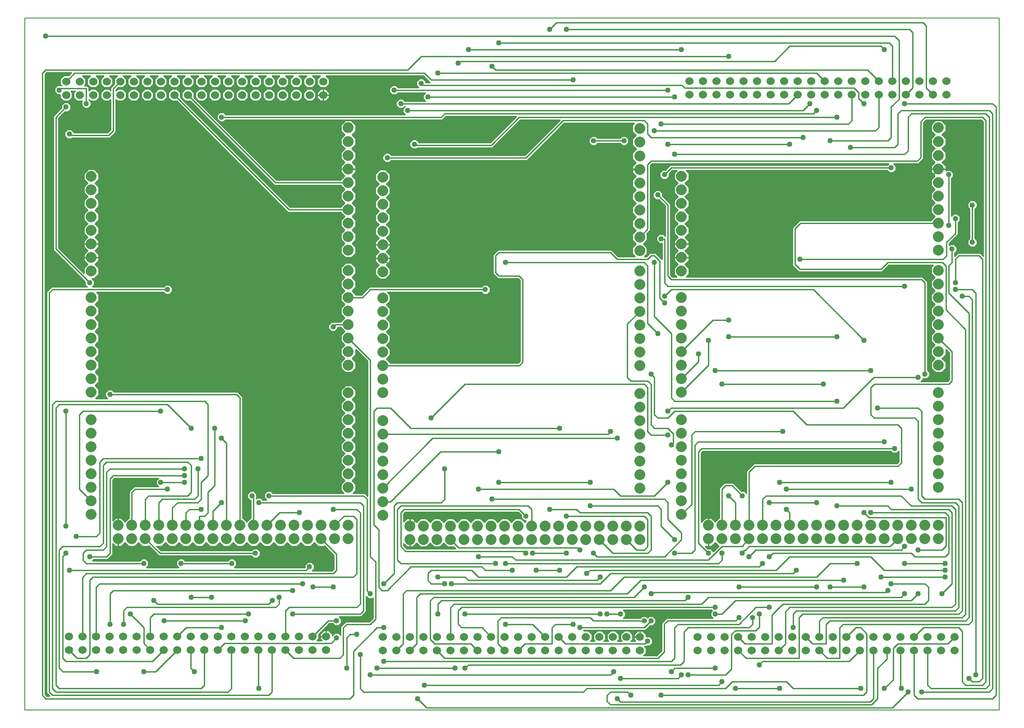
<source format=gbr>
G04 PROTEUS GERBER X2 FILE*
%TF.GenerationSoftware,Labcenter,Proteus,8.6-SP2-Build23525*%
%TF.CreationDate,2019-12-11T18:48:13+00:00*%
%TF.FileFunction,Copper,L1,Top*%
%TF.FilePolarity,Positive*%
%TF.Part,Single*%
%FSLAX45Y45*%
%MOMM*%
G01*
%TA.AperFunction,Conductor*%
%ADD10C,0.254000*%
%TA.AperFunction,ViaPad*%
%ADD11C,1.016000*%
%TA.AperFunction,WasherPad*%
%ADD12C,1.524000*%
%TA.AperFunction,ComponentPad*%
%ADD13C,2.032000*%
%TA.AperFunction,Profile*%
%ADD14C,0.203200*%
%TD.AperFunction*%
G36*
X-8337541Y+5418299D02*
X-8427344Y+5418299D01*
X-8494299Y+5351344D01*
X-8494299Y+5256656D01*
X-8465442Y+5227799D01*
X-8467577Y+5227799D01*
X-8472177Y+5232399D01*
X-8545823Y+5232399D01*
X-8597899Y+5180323D01*
X-8597899Y+5106677D01*
X-8545823Y+5054601D01*
X-8494299Y+5054601D01*
X-8494299Y+5002656D01*
X-8427344Y+4935701D01*
X-8332656Y+4935701D01*
X-8265701Y+5002656D01*
X-8265701Y+5097344D01*
X-8294558Y+5126201D01*
X-8211442Y+5126201D01*
X-8240299Y+5097344D01*
X-8240299Y+5002656D01*
X-8173344Y+4935701D01*
X-8080521Y+4935701D01*
X-8089899Y+4926323D01*
X-8089899Y+4852677D01*
X-8037823Y+4800601D01*
X-7964177Y+4800601D01*
X-7912101Y+4852677D01*
X-7912101Y+4926323D01*
X-7950201Y+4964423D01*
X-7950201Y+4966558D01*
X-7919344Y+4935701D01*
X-7824656Y+4935701D01*
X-7757701Y+5002656D01*
X-7757701Y+5097344D01*
X-7824656Y+5164299D01*
X-7919344Y+5164299D01*
X-7950201Y+5133442D01*
X-7950201Y+5198041D01*
X-7979959Y+5227799D01*
X-8040558Y+5227799D01*
X-8011701Y+5256656D01*
X-8011701Y+5351344D01*
X-8070559Y+5410202D01*
X-7927441Y+5410202D01*
X-7986299Y+5351344D01*
X-7986299Y+5256656D01*
X-7919344Y+5189701D01*
X-7824656Y+5189701D01*
X-7757701Y+5256656D01*
X-7757701Y+5351344D01*
X-7816559Y+5410202D01*
X-7673441Y+5410202D01*
X-7732299Y+5351344D01*
X-7732299Y+5256656D01*
X-7665344Y+5189701D01*
X-7570656Y+5189701D01*
X-7503701Y+5256656D01*
X-7503701Y+5351344D01*
X-7562559Y+5410202D01*
X-7419441Y+5410202D01*
X-7478299Y+5351344D01*
X-7478299Y+5261541D01*
X-7543799Y+5196041D01*
X-7543799Y+5137442D01*
X-7570656Y+5164299D01*
X-7665344Y+5164299D01*
X-7732299Y+5097344D01*
X-7732299Y+5002656D01*
X-7665344Y+4935701D01*
X-7570656Y+4935701D01*
X-7543799Y+4962558D01*
X-7543799Y+4402541D01*
X-7599221Y+4347119D01*
X-8229601Y+4347119D01*
X-8229601Y+4354823D01*
X-8281677Y+4406899D01*
X-8355323Y+4406899D01*
X-8407399Y+4354823D01*
X-8407399Y+4281177D01*
X-8355323Y+4229101D01*
X-8281677Y+4229101D01*
X-8265257Y+4245521D01*
X-7557139Y+4245521D01*
X-7442201Y+4360459D01*
X-7442201Y+4966558D01*
X-7411344Y+4935701D01*
X-7316656Y+4935701D01*
X-7249701Y+5002656D01*
X-7249701Y+5097344D01*
X-7316656Y+5164299D01*
X-7411344Y+5164299D01*
X-7442201Y+5133442D01*
X-7442201Y+5153959D01*
X-7406459Y+5189701D01*
X-7316656Y+5189701D01*
X-7249701Y+5256656D01*
X-7249701Y+5351344D01*
X-7308559Y+5410202D01*
X-7165441Y+5410202D01*
X-7224299Y+5351344D01*
X-7224299Y+5256656D01*
X-7157344Y+5189701D01*
X-7062656Y+5189701D01*
X-6995701Y+5256656D01*
X-6995701Y+5351344D01*
X-7054559Y+5410202D01*
X-6911441Y+5410202D01*
X-6970299Y+5351344D01*
X-6970299Y+5256656D01*
X-6903344Y+5189701D01*
X-6808656Y+5189701D01*
X-6741701Y+5256656D01*
X-6741701Y+5351344D01*
X-6800559Y+5410202D01*
X-6657441Y+5410202D01*
X-6716299Y+5351344D01*
X-6716299Y+5256656D01*
X-6649344Y+5189701D01*
X-6554656Y+5189701D01*
X-6487701Y+5256656D01*
X-6487701Y+5351344D01*
X-6546559Y+5410202D01*
X-6403441Y+5410202D01*
X-6462299Y+5351344D01*
X-6462299Y+5256656D01*
X-6395344Y+5189701D01*
X-6300656Y+5189701D01*
X-6233701Y+5256656D01*
X-6233701Y+5351344D01*
X-6292559Y+5410202D01*
X-6149441Y+5410202D01*
X-6208299Y+5351344D01*
X-6208299Y+5256656D01*
X-6141344Y+5189701D01*
X-6046656Y+5189701D01*
X-5979701Y+5256656D01*
X-5979701Y+5351344D01*
X-6038559Y+5410202D01*
X-5895441Y+5410202D01*
X-5954299Y+5351344D01*
X-5954299Y+5256656D01*
X-5887344Y+5189701D01*
X-5792656Y+5189701D01*
X-5725701Y+5256656D01*
X-5725701Y+5351344D01*
X-5784559Y+5410202D01*
X-5641441Y+5410202D01*
X-5700299Y+5351344D01*
X-5700299Y+5256656D01*
X-5633344Y+5189701D01*
X-5538656Y+5189701D01*
X-5471701Y+5256656D01*
X-5471701Y+5351344D01*
X-5530559Y+5410202D01*
X-5387441Y+5410202D01*
X-5446299Y+5351344D01*
X-5446299Y+5256656D01*
X-5379344Y+5189701D01*
X-5284656Y+5189701D01*
X-5217701Y+5256656D01*
X-5217701Y+5351344D01*
X-5276559Y+5410202D01*
X-5133441Y+5410202D01*
X-5192299Y+5351344D01*
X-5192299Y+5256656D01*
X-5125344Y+5189701D01*
X-5030656Y+5189701D01*
X-4963701Y+5256656D01*
X-4963701Y+5351344D01*
X-5022559Y+5410202D01*
X-4879441Y+5410202D01*
X-4938299Y+5351344D01*
X-4938299Y+5256656D01*
X-4871344Y+5189701D01*
X-4776656Y+5189701D01*
X-4709701Y+5256656D01*
X-4709701Y+5351344D01*
X-4768559Y+5410202D01*
X-4625441Y+5410202D01*
X-4684299Y+5351344D01*
X-4684299Y+5256656D01*
X-4617344Y+5189701D01*
X-4522656Y+5189701D01*
X-4455701Y+5256656D01*
X-4455701Y+5351344D01*
X-4514559Y+5410202D01*
X-4371441Y+5410202D01*
X-4430299Y+5351344D01*
X-4430299Y+5256656D01*
X-4363344Y+5189701D01*
X-4268656Y+5189701D01*
X-4201701Y+5256656D01*
X-4201701Y+5351344D01*
X-4260559Y+5410202D01*
X-4117441Y+5410202D01*
X-4176299Y+5351344D01*
X-4176299Y+5256656D01*
X-4109344Y+5189701D01*
X-4014656Y+5189701D01*
X-3947701Y+5256656D01*
X-3947701Y+5351344D01*
X-4006559Y+5410202D01*
X-3863441Y+5410202D01*
X-3922299Y+5351344D01*
X-3922299Y+5256656D01*
X-3855344Y+5189701D01*
X-3760656Y+5189701D01*
X-3693701Y+5256656D01*
X-3693701Y+5351344D01*
X-3752559Y+5410202D01*
X-3609441Y+5410202D01*
X-3668299Y+5351344D01*
X-3668299Y+5256656D01*
X-3601344Y+5189701D01*
X-3506656Y+5189701D01*
X-3439701Y+5256656D01*
X-3439701Y+5351344D01*
X-3498559Y+5410202D01*
X-1672042Y+5410202D01*
X-1551389Y+5289549D01*
X-1625601Y+5289549D01*
X-1625601Y+5307323D01*
X-1677677Y+5359399D01*
X-1751323Y+5359399D01*
X-1803399Y+5307323D01*
X-1803399Y+5233677D01*
X-1764021Y+5194299D01*
X-2147577Y+5194299D01*
X-2185677Y+5232399D01*
X-2259323Y+5232399D01*
X-2311399Y+5180323D01*
X-2311399Y+5106677D01*
X-2259323Y+5054601D01*
X-2185677Y+5054601D01*
X-2147577Y+5092701D01*
X-1637021Y+5092701D01*
X-1676399Y+5053323D01*
X-1676399Y+4979677D01*
X-1637021Y+4940299D01*
X-2020577Y+4940299D01*
X-2058677Y+4978399D01*
X-2132323Y+4978399D01*
X-2184399Y+4926323D01*
X-2184399Y+4852677D01*
X-2132323Y+4800601D01*
X-2058677Y+4800601D01*
X-2020577Y+4838701D01*
X-2018021Y+4838701D01*
X-2057399Y+4799323D01*
X-2057399Y+4725677D01*
X-2018021Y+4686299D01*
X-5386077Y+4686299D01*
X-5424177Y+4724399D01*
X-5497823Y+4724399D01*
X-5549899Y+4672323D01*
X-5549899Y+4598677D01*
X-5497823Y+4546601D01*
X-5424177Y+4546601D01*
X-5386077Y+4584701D01*
X-1312459Y+4584701D01*
X-1248959Y+4648201D01*
X+67861Y+4648201D01*
X-417556Y+4162784D01*
X-1752601Y+4162784D01*
X-1752601Y+4164323D01*
X-1804677Y+4216399D01*
X-1878323Y+4216399D01*
X-1930399Y+4164323D01*
X-1930399Y+4090677D01*
X-1878323Y+4038601D01*
X-1804677Y+4038601D01*
X-1782092Y+4061186D01*
X-375474Y+4061186D01*
X+148041Y+4584701D01*
X+893361Y+4584701D01*
X+232959Y+3924299D01*
X-2274577Y+3924299D01*
X-2312677Y+3962399D01*
X-2386323Y+3962399D01*
X-2438399Y+3910323D01*
X-2438399Y+3836677D01*
X-2386323Y+3784601D01*
X-2312677Y+3784601D01*
X-2274577Y+3822701D01*
X+275041Y+3822701D01*
X+973541Y+4521201D01*
X+2285219Y+4521201D01*
X+2248542Y+4484524D01*
X+2248542Y+4368794D01*
X+2319527Y+4297809D01*
X+2248542Y+4226824D01*
X+2248542Y+4111094D01*
X+2322177Y+4037459D01*
X+2248542Y+3963824D01*
X+2248542Y+3848094D01*
X+2317677Y+3778959D01*
X+2248542Y+3709824D01*
X+2248542Y+3594094D01*
X+2317677Y+3524959D01*
X+2248542Y+3455824D01*
X+2248542Y+3340094D01*
X+2317677Y+3270959D01*
X+2248542Y+3201824D01*
X+2248542Y+3086094D01*
X+2317677Y+3016959D01*
X+2248542Y+2947824D01*
X+2248542Y+2832094D01*
X+2317677Y+2762959D01*
X+2248542Y+2693824D01*
X+2248542Y+2578094D01*
X+2317677Y+2508959D01*
X+2248542Y+2439824D01*
X+2248542Y+2324094D01*
X+2317677Y+2254959D01*
X+2248542Y+2185824D01*
X+2248542Y+2070094D01*
X+2299337Y+2019299D01*
X+1989541Y+2019299D01*
X+1862541Y+2146299D01*
X-275041Y+2146299D01*
X-368299Y+2053041D01*
X-368299Y+1693459D01*
X-275041Y+1600201D01*
X+105959Y+1600201D01*
X+139701Y+1566459D01*
X+139701Y+53500D01*
X+105959Y+19758D01*
X-2298060Y+19758D01*
X-2298060Y+26824D01*
X-2367195Y+95959D01*
X-2298060Y+165094D01*
X-2298060Y+280824D01*
X-2367195Y+349959D01*
X-2298060Y+419094D01*
X-2298060Y+534824D01*
X-2367195Y+603959D01*
X-2298060Y+673094D01*
X-2298060Y+788824D01*
X-2367195Y+857959D01*
X-2298060Y+927094D01*
X-2298060Y+1042824D01*
X-2367195Y+1111959D01*
X-2298060Y+1181094D01*
X-2298060Y+1296824D01*
X-2347437Y+1346201D01*
X-582923Y+1346201D01*
X-544823Y+1308101D01*
X-471177Y+1308101D01*
X-419101Y+1360177D01*
X-419101Y+1433823D01*
X-471177Y+1485899D01*
X-544823Y+1485899D01*
X-582923Y+1447799D01*
X-2688041Y+1447799D01*
X-2836082Y+1299758D01*
X-2942060Y+1299758D01*
X-2942060Y+1306824D01*
X-3011195Y+1375959D01*
X-2942060Y+1445094D01*
X-2942060Y+1560824D01*
X-3011195Y+1629959D01*
X-2942060Y+1699094D01*
X-2942060Y+1814824D01*
X-3023894Y+1896658D01*
X-3139624Y+1896658D01*
X-3221458Y+1814824D01*
X-3221458Y+1699094D01*
X-3152323Y+1629959D01*
X-3221458Y+1560824D01*
X-3221458Y+1445094D01*
X-3152323Y+1375959D01*
X-3221458Y+1306824D01*
X-3221458Y+1191094D01*
X-3152323Y+1121959D01*
X-3221458Y+1052824D01*
X-3221458Y+937094D01*
X-3152323Y+867959D01*
X-3221458Y+798824D01*
X-3221458Y+791757D01*
X-3344083Y+791757D01*
X-3348441Y+787399D01*
X-3402323Y+787399D01*
X-3454399Y+735323D01*
X-3454399Y+661677D01*
X-3402323Y+609601D01*
X-3328677Y+609601D01*
X-3276601Y+661677D01*
X-3276601Y+690161D01*
X-3221458Y+690161D01*
X-3221458Y+683094D01*
X-3152323Y+613959D01*
X-3221458Y+544824D01*
X-3221458Y+429094D01*
X-3152323Y+359959D01*
X-3221458Y+290824D01*
X-3221458Y+175094D01*
X-3152323Y+105959D01*
X-3221458Y+36824D01*
X-3221458Y-78906D01*
X-3139624Y-160740D01*
X-3023894Y-160740D01*
X-2942060Y-78906D01*
X-2942060Y+36824D01*
X-3011195Y+105959D01*
X-2942060Y+175094D01*
X-2942060Y+275420D01*
X-2717799Y+51159D01*
X-2717799Y-2480861D01*
X-2772959Y-2425701D01*
X-2990155Y-2425701D01*
X-2942060Y-2377606D01*
X-2942060Y-2261876D01*
X-3011195Y-2192741D01*
X-2942060Y-2123606D01*
X-2942060Y-2007876D01*
X-3011195Y-1938741D01*
X-2942060Y-1869606D01*
X-2942060Y-1753876D01*
X-3011195Y-1684741D01*
X-2942060Y-1615606D01*
X-2942060Y-1499876D01*
X-3011195Y-1430741D01*
X-2942060Y-1361606D01*
X-2942060Y-1245876D01*
X-3011195Y-1176741D01*
X-2942060Y-1107606D01*
X-2942060Y-991876D01*
X-3011195Y-922741D01*
X-2942060Y-853606D01*
X-2942060Y-737876D01*
X-3011195Y-668741D01*
X-2942060Y-599606D01*
X-2942060Y-483876D01*
X-3023894Y-402042D01*
X-3139624Y-402042D01*
X-3221458Y-483876D01*
X-3221458Y-599606D01*
X-3152323Y-668741D01*
X-3221458Y-737876D01*
X-3221458Y-853606D01*
X-3152323Y-922741D01*
X-3221458Y-991876D01*
X-3221458Y-1107606D01*
X-3152323Y-1176741D01*
X-3221458Y-1245876D01*
X-3221458Y-1361606D01*
X-3152323Y-1430741D01*
X-3221458Y-1499876D01*
X-3221458Y-1615606D01*
X-3152323Y-1684741D01*
X-3221458Y-1753876D01*
X-3221458Y-1869606D01*
X-3152323Y-1938741D01*
X-3221458Y-2007876D01*
X-3221458Y-2123606D01*
X-3152323Y-2192741D01*
X-3221458Y-2261876D01*
X-3221458Y-2377606D01*
X-3173363Y-2425701D01*
X-4497077Y-2425701D01*
X-4535177Y-2387601D01*
X-4608823Y-2387601D01*
X-4660899Y-2439677D01*
X-4660899Y-2513323D01*
X-4621521Y-2552701D01*
X-4687577Y-2552701D01*
X-4725677Y-2514601D01*
X-4799323Y-2514601D01*
X-4808960Y-2524238D01*
X-4808960Y-2521682D01*
X-4800601Y-2513323D01*
X-4800601Y-2439677D01*
X-4852677Y-2387601D01*
X-4926323Y-2387601D01*
X-4978399Y-2439677D01*
X-4978399Y-2513323D01*
X-4926323Y-2565399D01*
X-4910558Y-2565399D01*
X-4910558Y-2891242D01*
X-4917624Y-2891242D01*
X-4986759Y-2960377D01*
X-5055894Y-2891242D01*
X-5062960Y-2891242D01*
X-5062960Y-613959D01*
X-5156218Y-520701D01*
X-7481577Y-520701D01*
X-7519677Y-482601D01*
X-7593323Y-482601D01*
X-7645399Y-534677D01*
X-7645399Y-608323D01*
X-7606021Y-647701D01*
X-7828855Y-647701D01*
X-7768060Y-586906D01*
X-7768060Y-471176D01*
X-7837195Y-402041D01*
X-7768060Y-332906D01*
X-7768060Y-217176D01*
X-7837195Y-148041D01*
X-7768060Y-78906D01*
X-7768060Y+36824D01*
X-7837195Y+105959D01*
X-7768060Y+175094D01*
X-7768060Y+290824D01*
X-7837195Y+359959D01*
X-7768060Y+429094D01*
X-7768060Y+544824D01*
X-7837195Y+613959D01*
X-7768060Y+683094D01*
X-7768060Y+798824D01*
X-7837195Y+867959D01*
X-7768060Y+937094D01*
X-7768060Y+1052824D01*
X-7837195Y+1121959D01*
X-7768060Y+1191094D01*
X-7768060Y+1306824D01*
X-7807437Y+1346201D01*
X-6551923Y+1346201D01*
X-6513823Y+1308101D01*
X-6440177Y+1308101D01*
X-6388101Y+1360177D01*
X-6388101Y+1433823D01*
X-6440177Y+1485899D01*
X-6513823Y+1485899D01*
X-6551923Y+1447799D01*
X-7887979Y+1447799D01*
X-7848601Y+1487177D01*
X-7848601Y+1560823D01*
X-7892338Y+1604560D01*
X-7849894Y+1604560D01*
X-7768060Y+1686394D01*
X-7768060Y+1802124D01*
X-7837195Y+1871259D01*
X-7768060Y+1940394D01*
X-7768060Y+2056124D01*
X-7837195Y+2125259D01*
X-7768060Y+2194394D01*
X-7768060Y+2310124D01*
X-7837195Y+2379259D01*
X-7768060Y+2448394D01*
X-7768060Y+2564124D01*
X-7837195Y+2633259D01*
X-7768060Y+2702394D01*
X-7768060Y+2818124D01*
X-7837195Y+2887259D01*
X-7768060Y+2956394D01*
X-7768060Y+3072124D01*
X-7837195Y+3141259D01*
X-7768060Y+3210394D01*
X-7768060Y+3326124D01*
X-7837195Y+3395259D01*
X-7768060Y+3464394D01*
X-7768060Y+3580124D01*
X-7849894Y+3661958D01*
X-7965624Y+3661958D01*
X-8047458Y+3580124D01*
X-8047458Y+3464394D01*
X-7978323Y+3395259D01*
X-8047458Y+3326124D01*
X-8047458Y+3210394D01*
X-7978323Y+3141259D01*
X-8047458Y+3072124D01*
X-8047458Y+2956394D01*
X-7978323Y+2887259D01*
X-8047458Y+2818124D01*
X-8047458Y+2702394D01*
X-7978323Y+2633259D01*
X-8047458Y+2564124D01*
X-8047458Y+2448394D01*
X-7978323Y+2379259D01*
X-8047458Y+2310124D01*
X-8047458Y+2194394D01*
X-7978323Y+2125259D01*
X-8047458Y+2056124D01*
X-8047458Y+1940394D01*
X-7978323Y+1871259D01*
X-8047458Y+1802124D01*
X-8047458Y+1705798D01*
X-8521701Y+2180041D01*
X-8521701Y+4614459D01*
X-8399059Y+4737101D01*
X-8345177Y+4737101D01*
X-8293101Y+4789177D01*
X-8293101Y+4862823D01*
X-8345177Y+4914899D01*
X-8418823Y+4914899D01*
X-8470899Y+4862823D01*
X-8470899Y+4808941D01*
X-8623299Y+4656541D01*
X-8623299Y+2137959D01*
X-8026399Y+1541059D01*
X-8026399Y+1487177D01*
X-7987021Y+1447799D01*
X-8657041Y+1447799D01*
X-8750299Y+1354541D01*
X-8750299Y-6180541D01*
X-8695139Y-6235701D01*
X-8741959Y-6235701D01*
X-8775701Y-6201959D01*
X-8775701Y+5439959D01*
X-8741959Y+5473701D01*
X-8282139Y+5473701D01*
X-8337541Y+5418299D01*
G37*
%LPC*%
G36*
X-2298060Y+3570124D02*
X-2298060Y+3454394D01*
X-2367195Y+3385259D01*
X-2298060Y+3316124D01*
X-2298060Y+3200394D01*
X-2367195Y+3131259D01*
X-2298060Y+3062124D01*
X-2298060Y+2946394D01*
X-2367195Y+2877259D01*
X-2298060Y+2808124D01*
X-2298060Y+2692394D01*
X-2367195Y+2623259D01*
X-2298060Y+2554124D01*
X-2298060Y+2438394D01*
X-2367195Y+2369259D01*
X-2298060Y+2300124D01*
X-2298060Y+2184394D01*
X-2367195Y+2115259D01*
X-2298060Y+2046124D01*
X-2298060Y+1930394D01*
X-2367195Y+1861259D01*
X-2298060Y+1792124D01*
X-2298060Y+1676394D01*
X-2379894Y+1594560D01*
X-2495624Y+1594560D01*
X-2577458Y+1676394D01*
X-2577458Y+1792124D01*
X-2508323Y+1861259D01*
X-2577458Y+1930394D01*
X-2577458Y+2046124D01*
X-2508323Y+2115259D01*
X-2577458Y+2184394D01*
X-2577458Y+2300124D01*
X-2508323Y+2369259D01*
X-2577458Y+2438394D01*
X-2577458Y+2554124D01*
X-2508323Y+2623259D01*
X-2577458Y+2692394D01*
X-2577458Y+2808124D01*
X-2508323Y+2877259D01*
X-2577458Y+2946394D01*
X-2577458Y+3062124D01*
X-2508323Y+3131259D01*
X-2577458Y+3200394D01*
X-2577458Y+3316124D01*
X-2508323Y+3385259D01*
X-2577458Y+3454394D01*
X-2577458Y+3570124D01*
X-2495624Y+3651958D01*
X-2379894Y+3651958D01*
X-2298060Y+3570124D01*
G37*
G36*
X-5979701Y+5097344D02*
X-5979701Y+5007541D01*
X-4430918Y+3458758D01*
X-3221458Y+3458758D01*
X-3221458Y+3465824D01*
X-3152323Y+3534959D01*
X-3221458Y+3604094D01*
X-3221458Y+3719824D01*
X-3152323Y+3788959D01*
X-3221458Y+3858094D01*
X-3221458Y+3973824D01*
X-3147823Y+4047459D01*
X-3221458Y+4121094D01*
X-3221458Y+4236824D01*
X-3150473Y+4307809D01*
X-3221458Y+4378794D01*
X-3221458Y+4494524D01*
X-3139624Y+4576358D01*
X-3023894Y+4576358D01*
X-2942060Y+4494524D01*
X-2942060Y+4378794D01*
X-3013045Y+4307809D01*
X-2942060Y+4236824D01*
X-2942060Y+4121094D01*
X-3015695Y+4047459D01*
X-2942060Y+3973824D01*
X-2942060Y+3858094D01*
X-3011195Y+3788959D01*
X-2942060Y+3719824D01*
X-2942060Y+3604094D01*
X-3011195Y+3534959D01*
X-2942060Y+3465824D01*
X-2942060Y+3350094D01*
X-3011195Y+3280959D01*
X-2942060Y+3211824D01*
X-2942060Y+3096094D01*
X-3011195Y+3026959D01*
X-2942060Y+2957824D01*
X-2942060Y+2842094D01*
X-3011195Y+2772959D01*
X-2942060Y+2703824D01*
X-2942060Y+2588094D01*
X-3011195Y+2518959D01*
X-2942060Y+2449824D01*
X-2942060Y+2334094D01*
X-3011195Y+2264959D01*
X-2942060Y+2195824D01*
X-2942060Y+2080094D01*
X-3023894Y+1998260D01*
X-3139624Y+1998260D01*
X-3221458Y+2080094D01*
X-3221458Y+2195824D01*
X-3152323Y+2264959D01*
X-3221458Y+2334094D01*
X-3221458Y+2449824D01*
X-3152323Y+2518959D01*
X-3221458Y+2588094D01*
X-3221458Y+2703824D01*
X-3152323Y+2772959D01*
X-3221458Y+2842094D01*
X-3221458Y+2849160D01*
X-4219001Y+2849161D01*
X-6305541Y+4935701D01*
X-6395344Y+4935701D01*
X-6462299Y+5002656D01*
X-6462299Y+5097344D01*
X-6395344Y+5164299D01*
X-6300656Y+5164299D01*
X-6233701Y+5097344D01*
X-6233701Y+5007541D01*
X-4176917Y+2950757D01*
X-3221458Y+2950758D01*
X-3221458Y+2957824D01*
X-3152323Y+3026959D01*
X-3221458Y+3096094D01*
X-3221458Y+3211824D01*
X-3152323Y+3280959D01*
X-3221458Y+3350094D01*
X-3221458Y+3357160D01*
X-4473000Y+3357160D01*
X-6051541Y+4935701D01*
X-6141344Y+4935701D01*
X-6208299Y+5002656D01*
X-6208299Y+5097344D01*
X-6141344Y+5164299D01*
X-6046656Y+5164299D01*
X-5979701Y+5097344D01*
G37*
G36*
X-7157344Y+5164299D02*
X-7062656Y+5164299D01*
X-6995701Y+5097344D01*
X-6995701Y+5002656D01*
X-7062656Y+4935701D01*
X-7157344Y+4935701D01*
X-7224299Y+5002656D01*
X-7224299Y+5097344D01*
X-7157344Y+5164299D01*
G37*
G36*
X-6903344Y+5164299D02*
X-6808656Y+5164299D01*
X-6741701Y+5097344D01*
X-6741701Y+5002656D01*
X-6808656Y+4935701D01*
X-6903344Y+4935701D01*
X-6970299Y+5002656D01*
X-6970299Y+5097344D01*
X-6903344Y+5164299D01*
G37*
G36*
X-6649344Y+5164299D02*
X-6554656Y+5164299D01*
X-6487701Y+5097344D01*
X-6487701Y+5002656D01*
X-6554656Y+4935701D01*
X-6649344Y+4935701D01*
X-6716299Y+5002656D01*
X-6716299Y+5097344D01*
X-6649344Y+5164299D01*
G37*
G36*
X-5887344Y+5164299D02*
X-5792656Y+5164299D01*
X-5725701Y+5097344D01*
X-5725701Y+5002656D01*
X-5792656Y+4935701D01*
X-5887344Y+4935701D01*
X-5954299Y+5002656D01*
X-5954299Y+5097344D01*
X-5887344Y+5164299D01*
G37*
G36*
X-5633344Y+5164299D02*
X-5538656Y+5164299D01*
X-5471701Y+5097344D01*
X-5471701Y+5002656D01*
X-5538656Y+4935701D01*
X-5633344Y+4935701D01*
X-5700299Y+5002656D01*
X-5700299Y+5097344D01*
X-5633344Y+5164299D01*
G37*
G36*
X-5379344Y+5164299D02*
X-5284656Y+5164299D01*
X-5217701Y+5097344D01*
X-5217701Y+5002656D01*
X-5284656Y+4935701D01*
X-5379344Y+4935701D01*
X-5446299Y+5002656D01*
X-5446299Y+5097344D01*
X-5379344Y+5164299D01*
G37*
G36*
X-5125344Y+5164299D02*
X-5030656Y+5164299D01*
X-4963701Y+5097344D01*
X-4963701Y+5002656D01*
X-5030656Y+4935701D01*
X-5125344Y+4935701D01*
X-5192299Y+5002656D01*
X-5192299Y+5097344D01*
X-5125344Y+5164299D01*
G37*
G36*
X-4871344Y+5164299D02*
X-4776656Y+5164299D01*
X-4709701Y+5097344D01*
X-4709701Y+5002656D01*
X-4776656Y+4935701D01*
X-4871344Y+4935701D01*
X-4938299Y+5002656D01*
X-4938299Y+5097344D01*
X-4871344Y+5164299D01*
G37*
G36*
X-4617344Y+5164299D02*
X-4522656Y+5164299D01*
X-4455701Y+5097344D01*
X-4455701Y+5002656D01*
X-4522656Y+4935701D01*
X-4617344Y+4935701D01*
X-4684299Y+5002656D01*
X-4684299Y+5097344D01*
X-4617344Y+5164299D01*
G37*
G36*
X-4363344Y+5164299D02*
X-4268656Y+5164299D01*
X-4201701Y+5097344D01*
X-4201701Y+5002656D01*
X-4268656Y+4935701D01*
X-4363344Y+4935701D01*
X-4430299Y+5002656D01*
X-4430299Y+5097344D01*
X-4363344Y+5164299D01*
G37*
G36*
X-4109344Y+5164299D02*
X-4014656Y+5164299D01*
X-3947701Y+5097344D01*
X-3947701Y+5002656D01*
X-4014656Y+4935701D01*
X-4109344Y+4935701D01*
X-4176299Y+5002656D01*
X-4176299Y+5097344D01*
X-4109344Y+5164299D01*
G37*
G36*
X-3855344Y+5164299D02*
X-3760656Y+5164299D01*
X-3693701Y+5097344D01*
X-3693701Y+5002656D01*
X-3760656Y+4935701D01*
X-3855344Y+4935701D01*
X-3922299Y+5002656D01*
X-3922299Y+5097344D01*
X-3855344Y+5164299D01*
G37*
G36*
X-3601344Y+5164299D02*
X-3506656Y+5164299D01*
X-3439701Y+5097344D01*
X-3439701Y+5002656D01*
X-3506656Y+4935701D01*
X-3601344Y+4935701D01*
X-3668299Y+5002656D01*
X-3668299Y+5097344D01*
X-3601344Y+5164299D01*
G37*
G36*
X+2184399Y+4227823D02*
X+2184399Y+4154177D01*
X+2132323Y+4102101D01*
X+2058677Y+4102101D01*
X+2020577Y+4140201D01*
X+1598923Y+4140201D01*
X+1560823Y+4102101D01*
X+1487177Y+4102101D01*
X+1435101Y+4154177D01*
X+1435101Y+4227823D01*
X+1487177Y+4279899D01*
X+1560823Y+4279899D01*
X+1598923Y+4241799D01*
X+2020577Y+4241799D01*
X+2058677Y+4279899D01*
X+2132323Y+4279899D01*
X+2184399Y+4227823D01*
G37*
G36*
X-31750Y+1510849D02*
X-31750Y+1537151D01*
X-13151Y+1555750D01*
X+13151Y+1555750D01*
X+31750Y+1537151D01*
X+31750Y+1510849D01*
X+13151Y+1492250D01*
X-13151Y+1492250D01*
X-31750Y+1510849D01*
G37*
G36*
X-6381750Y+1891849D02*
X-6381750Y+1918151D01*
X-6363151Y+1936750D01*
X-6336849Y+1936750D01*
X-6318250Y+1918151D01*
X-6318250Y+1891849D01*
X-6336849Y+1873250D01*
X-6363151Y+1873250D01*
X-6381750Y+1891849D01*
G37*
%LPD*%
G36*
X+8839201Y+4550959D02*
X+8839201Y+2027639D01*
X+8784041Y+2082799D01*
X+8360959Y+2082799D01*
X+8305799Y+2027639D01*
X+8305799Y+2084077D01*
X+8343899Y+2122177D01*
X+8343899Y+2195823D01*
X+8291823Y+2247899D01*
X+8218177Y+2247899D01*
X+8202819Y+2232541D01*
X+8202819Y+2264959D01*
X+8369299Y+2431439D01*
X+8369299Y+2655577D01*
X+8407399Y+2693677D01*
X+8407399Y+2767323D01*
X+8355323Y+2819399D01*
X+8281677Y+2819399D01*
X+8242299Y+2780021D01*
X+8242299Y+3481077D01*
X+8280399Y+3519177D01*
X+8280399Y+3592823D01*
X+8228323Y+3644899D01*
X+8154677Y+3644899D01*
X+8137940Y+3628162D01*
X+8137940Y+3719824D01*
X+8068805Y+3788959D01*
X+8137940Y+3858094D01*
X+8137940Y+3973824D01*
X+8064305Y+4047459D01*
X+8137940Y+4121094D01*
X+8137940Y+4236824D01*
X+8066955Y+4307809D01*
X+8137940Y+4378794D01*
X+8137940Y+4494524D01*
X+8056106Y+4576358D01*
X+7940376Y+4576358D01*
X+7858542Y+4494524D01*
X+7858542Y+4378794D01*
X+7929527Y+4307809D01*
X+7858542Y+4236824D01*
X+7858542Y+4121094D01*
X+7932177Y+4047459D01*
X+7858542Y+3973824D01*
X+7858542Y+3858094D01*
X+7927677Y+3788959D01*
X+7858542Y+3719824D01*
X+7858542Y+3604094D01*
X+7927677Y+3534959D01*
X+7858542Y+3465824D01*
X+7858542Y+3350094D01*
X+7927677Y+3280959D01*
X+7858542Y+3211824D01*
X+7858542Y+3096094D01*
X+7927677Y+3026959D01*
X+7858542Y+2957824D01*
X+7858542Y+2842094D01*
X+7927677Y+2772959D01*
X+7858542Y+2703824D01*
X+7858542Y+2696758D01*
X+5387168Y+2696758D01*
X+5251451Y+2561041D01*
X+5251451Y+1852209D01*
X+5376459Y+1727201D01*
X+6942541Y+1727201D01*
X+7069541Y+1854201D01*
X+7897919Y+1854201D01*
X+7858542Y+1814824D01*
X+7858542Y+1699094D01*
X+7927677Y+1629959D01*
X+7858542Y+1560824D01*
X+7858542Y+1445094D01*
X+7927677Y+1375959D01*
X+7858542Y+1306824D01*
X+7858542Y+1191094D01*
X+7927677Y+1121959D01*
X+7858542Y+1052824D01*
X+7858542Y+937094D01*
X+7927677Y+867959D01*
X+7858542Y+798824D01*
X+7858542Y+683094D01*
X+7927677Y+613959D01*
X+7858542Y+544824D01*
X+7858542Y+429094D01*
X+7927677Y+359959D01*
X+7858542Y+290824D01*
X+7858542Y+175094D01*
X+7927677Y+105959D01*
X+7858542Y+36824D01*
X+7858542Y-78906D01*
X+7940376Y-160740D01*
X+8056106Y-160740D01*
X+8137940Y-78906D01*
X+8137940Y+36824D01*
X+8068805Y+105959D01*
X+8137940Y+175094D01*
X+8137940Y+275420D01*
X+8204201Y+209159D01*
X+8204201Y-296459D01*
X+8170459Y-330201D01*
X+7669521Y-330201D01*
X+7708899Y-290823D01*
X+7708899Y-278121D01*
X+7710177Y-279399D01*
X+7783823Y-279399D01*
X+7835899Y-227323D01*
X+7835899Y-153677D01*
X+7797799Y-115577D01*
X+7797799Y+1545041D01*
X+7704541Y+1638299D01*
X+3263845Y+1638299D01*
X+3311940Y+1686394D01*
X+3311940Y+1802124D01*
X+3242805Y+1871259D01*
X+3311940Y+1940394D01*
X+3311940Y+2056124D01*
X+3242805Y+2125259D01*
X+3311940Y+2194394D01*
X+3311940Y+2310124D01*
X+3242805Y+2379259D01*
X+3311940Y+2448394D01*
X+3311940Y+2564124D01*
X+3242805Y+2633259D01*
X+3311940Y+2702394D01*
X+3311940Y+2818124D01*
X+3242805Y+2887259D01*
X+3311940Y+2956394D01*
X+3311940Y+3072124D01*
X+3242805Y+3141259D01*
X+3311940Y+3210394D01*
X+3311940Y+3326124D01*
X+3242805Y+3395259D01*
X+3311940Y+3464394D01*
X+3311940Y+3580124D01*
X+3259863Y+3632201D01*
X+7037077Y+3632201D01*
X+7075177Y+3594101D01*
X+7148823Y+3594101D01*
X+7200899Y+3646177D01*
X+7200899Y+3719823D01*
X+7161521Y+3759201D01*
X+7623258Y+3759201D01*
X+7716516Y+3852459D01*
X+7716516Y+4533176D01*
X+7768041Y+4584701D01*
X+8805459Y+4584701D01*
X+8839201Y+4550959D01*
G37*
%LPC*%
G36*
X+8724899Y+3021323D02*
X+8724899Y+2947677D01*
X+8686799Y+2909577D01*
X+8686799Y+2360923D01*
X+8724899Y+2322823D01*
X+8724899Y+2249177D01*
X+8672823Y+2197101D01*
X+8599177Y+2197101D01*
X+8547101Y+2249177D01*
X+8547101Y+2322823D01*
X+8585201Y+2360923D01*
X+8585201Y+2909577D01*
X+8547101Y+2947677D01*
X+8547101Y+3021323D01*
X+8599177Y+3073399D01*
X+8672823Y+3073399D01*
X+8724899Y+3021323D01*
G37*
G36*
X+5175250Y+1955349D02*
X+5175250Y+1981651D01*
X+5193849Y+2000250D01*
X+5220151Y+2000250D01*
X+5238750Y+1981651D01*
X+5238750Y+1955349D01*
X+5220151Y+1936750D01*
X+5193849Y+1936750D01*
X+5175250Y+1955349D01*
G37*
%LPD*%
G36*
X+7037077Y+3733799D02*
X+2963459Y+3733799D01*
X+2874559Y+3644899D01*
X+2820677Y+3644899D01*
X+2768601Y+3592823D01*
X+2768601Y+3519177D01*
X+2820677Y+3467101D01*
X+2894323Y+3467101D01*
X+2946399Y+3519177D01*
X+2946399Y+3573059D01*
X+3005541Y+3632201D01*
X+3084619Y+3632201D01*
X+3032542Y+3580124D01*
X+3032542Y+3464394D01*
X+3101677Y+3395259D01*
X+3032542Y+3326124D01*
X+3032542Y+3210394D01*
X+3101677Y+3141259D01*
X+3032542Y+3072124D01*
X+3032542Y+2956394D01*
X+3101677Y+2887259D01*
X+3032542Y+2818124D01*
X+3032542Y+2702394D01*
X+3101677Y+2633259D01*
X+3032542Y+2564124D01*
X+3032542Y+2448394D01*
X+3101677Y+2379259D01*
X+3032542Y+2310124D01*
X+3032542Y+2194394D01*
X+3101677Y+2125259D01*
X+3032542Y+2056124D01*
X+3032542Y+1940394D01*
X+3101677Y+1871259D01*
X+3032542Y+1802124D01*
X+3032542Y+1686394D01*
X+3080637Y+1638299D01*
X+3005541Y+1638299D01*
X+2971799Y+1672041D01*
X+2971799Y+3005541D01*
X+2819399Y+3157941D01*
X+2819399Y+3211823D01*
X+2767323Y+3263899D01*
X+2693677Y+3263899D01*
X+2641601Y+3211823D01*
X+2641601Y+3138177D01*
X+2693677Y+3086101D01*
X+2747559Y+3086101D01*
X+2870201Y+2963459D01*
X+2870201Y+2400479D01*
X+2868743Y+2400479D01*
X+2830823Y+2438399D01*
X+2757177Y+2438399D01*
X+2705101Y+2386323D01*
X+2705101Y+2312677D01*
X+2757177Y+2260601D01*
X+2806702Y+2260601D01*
X+2806702Y+1964138D01*
X+2688041Y+2082799D01*
X+2582459Y+2082799D01*
X+2518959Y+2019299D01*
X+2477145Y+2019299D01*
X+2527940Y+2070094D01*
X+2527940Y+2185824D01*
X+2458805Y+2254959D01*
X+2527940Y+2324094D01*
X+2527940Y+2439824D01*
X+2522943Y+2444821D01*
X+2590799Y+2512677D01*
X+2590799Y+3725459D01*
X+2624541Y+3759201D01*
X+7062479Y+3759201D01*
X+7037077Y+3733799D01*
G37*
G36*
X+7251701Y-1835315D02*
X+7217959Y-1869057D01*
X+4533344Y-1869057D01*
X+4391442Y-2010959D01*
X+4391442Y-2424220D01*
X+4354823Y-2387601D01*
X+4300941Y-2387601D01*
X+4148541Y-2235201D01*
X+3976700Y-2235201D01*
X+3883442Y-2328459D01*
X+3883442Y-2891242D01*
X+3876376Y-2891242D01*
X+3807241Y-2960377D01*
X+3738106Y-2891242D01*
X+3622376Y-2891242D01*
X+3543299Y-2970319D01*
X+3543299Y-1672041D01*
X+3577041Y-1638299D01*
X+7100577Y-1638299D01*
X+7138677Y-1676399D01*
X+7212323Y-1676399D01*
X+7251701Y-1637021D01*
X+7251701Y-1835315D01*
G37*
%LPC*%
G36*
X+5175250Y-1727651D02*
X+5175250Y-1701349D01*
X+5193849Y-1682750D01*
X+5220151Y-1682750D01*
X+5238750Y-1701349D01*
X+5238750Y-1727651D01*
X+5220151Y-1746250D01*
X+5193849Y-1746250D01*
X+5175250Y-1727651D01*
G37*
%LPD*%
G36*
X-6692899Y-2185677D02*
X-6692899Y-2259323D01*
X-6653521Y-2298701D01*
X-7103300Y-2298701D01*
X-7196558Y-2391959D01*
X-7196558Y-2891242D01*
X-7203624Y-2891242D01*
X-7272759Y-2960377D01*
X-7341894Y-2891242D01*
X-7457624Y-2891242D01*
X-7505701Y-2939319D01*
X-7505701Y-2180041D01*
X-7471959Y-2146299D01*
X-6653521Y-2146299D01*
X-6692899Y-2185677D01*
G37*
%LPC*%
G36*
X-7461250Y-2616651D02*
X-7461250Y-2590349D01*
X-7442651Y-2571750D01*
X-7416349Y-2571750D01*
X-7397750Y-2590349D01*
X-7397750Y-2616651D01*
X-7416349Y-2635250D01*
X-7442651Y-2635250D01*
X-7461250Y-2616651D01*
G37*
%LPD*%
G36*
X+165101Y-2840441D02*
X+165101Y-2894323D01*
X+217177Y-2946399D01*
X+253219Y-2946399D01*
X+229241Y-2970377D01*
X+160106Y-2901242D01*
X+44376Y-2901242D01*
X-24759Y-2970377D01*
X-93894Y-2901242D01*
X-209624Y-2901242D01*
X-278759Y-2970377D01*
X-347894Y-2901242D01*
X-463624Y-2901242D01*
X-532759Y-2970377D01*
X-601894Y-2901242D01*
X-717624Y-2901242D01*
X-786759Y-2970377D01*
X-855894Y-2901242D01*
X-971624Y-2901242D01*
X-1040759Y-2970377D01*
X-1109894Y-2901242D01*
X-1225624Y-2901242D01*
X-1294759Y-2970377D01*
X-1363894Y-2901242D01*
X-1479624Y-2901242D01*
X-1548759Y-2970377D01*
X-1617894Y-2901242D01*
X-1733624Y-2901242D01*
X-1802759Y-2970377D01*
X-1871894Y-2901242D01*
X-1987624Y-2901242D01*
X-2044701Y-2958319D01*
X-2044701Y-2815041D01*
X-2010959Y-2781299D01*
X+105959Y-2781299D01*
X+165101Y-2840441D01*
G37*
%LPC*%
G36*
X-31750Y-2870651D02*
X-31750Y-2844349D01*
X-13151Y-2825750D01*
X+13151Y-2825750D01*
X+31750Y-2844349D01*
X+31750Y-2870651D01*
X+13151Y-2889250D01*
X-13151Y-2889250D01*
X-31750Y-2870651D01*
G37*
%LPD*%
G36*
X-3647624Y-3424640D02*
X-3531894Y-3424640D01*
X-3526897Y-3419643D01*
X-3352799Y-3593741D01*
X-3352799Y-3852459D01*
X-3386541Y-3886201D01*
X-3760479Y-3886201D01*
X-3721101Y-3846823D01*
X-3721101Y-3773177D01*
X-3773177Y-3721101D01*
X-3846823Y-3721101D01*
X-3898899Y-3773177D01*
X-3898899Y-3822702D01*
X-5220980Y-3822702D01*
X-5181601Y-3783323D01*
X-5181601Y-3709677D01*
X-5233677Y-3657601D01*
X-5307323Y-3657601D01*
X-5345423Y-3695701D01*
X-6148077Y-3695701D01*
X-6186177Y-3657601D01*
X-6259823Y-3657601D01*
X-6311899Y-3709677D01*
X-6311899Y-3783323D01*
X-6272521Y-3822701D01*
X-6871979Y-3822701D01*
X-6832601Y-3783323D01*
X-6832601Y-3709677D01*
X-6884677Y-3657601D01*
X-6958323Y-3657601D01*
X-6996423Y-3695701D01*
X-7887979Y-3695701D01*
X-7862577Y-3670299D01*
X-7598959Y-3670299D01*
X-7505701Y-3577041D01*
X-7505701Y-3376563D01*
X-7457624Y-3424640D01*
X-7341894Y-3424640D01*
X-7272759Y-3355505D01*
X-7203624Y-3424640D01*
X-7087894Y-3424640D01*
X-7018759Y-3355505D01*
X-6949624Y-3424640D01*
X-6833894Y-3424640D01*
X-6828897Y-3419643D01*
X-6641741Y-3606799D01*
X-4900923Y-3606799D01*
X-4862823Y-3644899D01*
X-4789177Y-3644899D01*
X-4737101Y-3592823D01*
X-4737101Y-3519177D01*
X-4789177Y-3467101D01*
X-4862823Y-3467101D01*
X-4900923Y-3505201D01*
X-6599659Y-3505201D01*
X-6680220Y-3424640D01*
X-6579894Y-3424640D01*
X-6510759Y-3355505D01*
X-6441624Y-3424640D01*
X-6325894Y-3424640D01*
X-6256759Y-3355505D01*
X-6187624Y-3424640D01*
X-6071894Y-3424640D01*
X-6002759Y-3355505D01*
X-5933624Y-3424640D01*
X-5817894Y-3424640D01*
X-5748759Y-3355505D01*
X-5679624Y-3424640D01*
X-5563894Y-3424640D01*
X-5494759Y-3355505D01*
X-5425624Y-3424640D01*
X-5309894Y-3424640D01*
X-5240759Y-3355505D01*
X-5171624Y-3424640D01*
X-5055894Y-3424640D01*
X-4986759Y-3355505D01*
X-4917624Y-3424640D01*
X-4801894Y-3424640D01*
X-4732759Y-3355505D01*
X-4663624Y-3424640D01*
X-4547894Y-3424640D01*
X-4478759Y-3355505D01*
X-4409624Y-3424640D01*
X-4293894Y-3424640D01*
X-4224759Y-3355505D01*
X-4155624Y-3424640D01*
X-4039894Y-3424640D01*
X-3970759Y-3355505D01*
X-3901624Y-3424640D01*
X-3785894Y-3424640D01*
X-3716759Y-3355505D01*
X-3647624Y-3424640D01*
G37*
%LPC*%
G36*
X-3524250Y-3696151D02*
X-3524250Y-3669849D01*
X-3505651Y-3651250D01*
X-3479349Y-3651250D01*
X-3460750Y-3669849D01*
X-3460750Y-3696151D01*
X-3479349Y-3714750D01*
X-3505651Y-3714750D01*
X-3524250Y-3696151D01*
G37*
G36*
X-7461250Y-3632651D02*
X-7461250Y-3606349D01*
X-7442651Y-3587750D01*
X-7416349Y-3587750D01*
X-7397750Y-3606349D01*
X-7397750Y-3632651D01*
X-7416349Y-3651250D01*
X-7442651Y-3651250D01*
X-7461250Y-3632651D01*
G37*
%LPD*%
G36*
X-1225624Y-3434640D02*
X-1109894Y-3434640D01*
X-1104897Y-3429643D01*
X-1069782Y-3464758D01*
X-1987902Y-3464758D01*
X-2044701Y-3407959D01*
X-2044701Y-3377563D01*
X-1987624Y-3434640D01*
X-1871894Y-3434640D01*
X-1802759Y-3365505D01*
X-1733624Y-3434640D01*
X-1617894Y-3434640D01*
X-1548759Y-3365505D01*
X-1479624Y-3434640D01*
X-1363894Y-3434640D01*
X-1294759Y-3365505D01*
X-1225624Y-3434640D01*
G37*
G36*
X+3872948Y-3421212D02*
X+3771899Y-3522261D01*
X+3771899Y-3519177D01*
X+3719823Y-3467101D01*
X+3665941Y-3467101D01*
X+3623480Y-3424640D01*
X+3738106Y-3424640D01*
X+3807241Y-3355505D01*
X+3872948Y-3421212D01*
G37*
G36*
X-2703823Y-4406899D02*
X-2630177Y-4406899D01*
X-2620431Y-4397153D01*
X-2620431Y-4767652D01*
X-2688041Y-4835262D01*
X-3129102Y-4835262D01*
X-3225799Y-4931959D01*
X-3225799Y-5093979D01*
X-3265177Y-5054601D01*
X-3338823Y-5054601D01*
X-3383460Y-5099238D01*
X-3383460Y-5069697D01*
X-3450415Y-5002742D01*
X-3545103Y-5002742D01*
X-3612058Y-5069697D01*
X-3612058Y-5164385D01*
X-3583200Y-5193243D01*
X-3666318Y-5193243D01*
X-3637460Y-5164385D01*
X-3637460Y-5074582D01*
X-3439677Y-4876799D01*
X-3376923Y-4876799D01*
X-3338823Y-4914899D01*
X-3265177Y-4914899D01*
X-3213101Y-4862823D01*
X-3213101Y-4789177D01*
X-3252479Y-4749799D01*
X-2836459Y-4749799D01*
X-2743201Y-4656541D01*
X-2743201Y-4367521D01*
X-2703823Y-4406899D01*
G37*
G36*
X+3747778Y-4635500D02*
X+3721101Y-4662177D01*
X+3721101Y-4735823D01*
X+3760479Y-4775201D01*
X+2888848Y-4775201D01*
X+2795590Y-4868459D01*
X+2795590Y-5387570D01*
X+2709459Y-5473701D01*
X+2463224Y-5473701D01*
X+2508540Y-5428385D01*
X+2508540Y-5333697D01*
X+2479683Y-5304840D01*
X+2514000Y-5304840D01*
X+2522941Y-5295899D01*
X+2576823Y-5295899D01*
X+2628899Y-5243823D01*
X+2628899Y-5170177D01*
X+2576823Y-5118101D01*
X+2508540Y-5118101D01*
X+2508540Y-5079697D01*
X+2441585Y-5012742D01*
X+2346897Y-5012742D01*
X+2279942Y-5079697D01*
X+2279942Y-5174385D01*
X+2308799Y-5203242D01*
X+2225683Y-5203242D01*
X+2254540Y-5174385D01*
X+2254540Y-5079697D01*
X+2187585Y-5012742D01*
X+2092897Y-5012742D01*
X+2025942Y-5079697D01*
X+2025942Y-5174385D01*
X+2054799Y-5203242D01*
X+1971683Y-5203242D01*
X+2000540Y-5174385D01*
X+2000540Y-5079697D01*
X+1933585Y-5012742D01*
X+1838897Y-5012742D01*
X+1771942Y-5079697D01*
X+1771942Y-5174385D01*
X+1800799Y-5203242D01*
X+1717683Y-5203242D01*
X+1746540Y-5174385D01*
X+1746540Y-5079697D01*
X+1679585Y-5012742D01*
X+1584897Y-5012742D01*
X+1517942Y-5079697D01*
X+1517942Y-5174385D01*
X+1546799Y-5203242D01*
X+1463683Y-5203242D01*
X+1492540Y-5174385D01*
X+1492540Y-5079697D01*
X+1425585Y-5012742D01*
X+1335980Y-5012742D01*
X+1344923Y-5003799D01*
X+2497541Y-5003799D01*
X+2586441Y-4914899D01*
X+2640323Y-4914899D01*
X+2692399Y-4862823D01*
X+2692399Y-4789177D01*
X+2640323Y-4737101D01*
X+2566677Y-4737101D01*
X+2540000Y-4763778D01*
X+2513323Y-4737101D01*
X+2439677Y-4737101D01*
X+2401577Y-4775201D01*
X+2081521Y-4775201D01*
X+2120899Y-4735823D01*
X+2120899Y-4662177D01*
X+2081521Y-4622799D01*
X+3735077Y-4622799D01*
X+3747778Y-4635500D01*
G37*
%LPC*%
G36*
X+3397250Y-4712151D02*
X+3397250Y-4685849D01*
X+3415849Y-4667250D01*
X+3442151Y-4667250D01*
X+3460750Y-4685849D01*
X+3460750Y-4712151D01*
X+3442151Y-4730750D01*
X+3415849Y-4730750D01*
X+3397250Y-4712151D01*
G37*
G36*
X+2444750Y-4712151D02*
X+2444750Y-4685849D01*
X+2463349Y-4667250D01*
X+2489651Y-4667250D01*
X+2508250Y-4685849D01*
X+2508250Y-4712151D01*
X+2489651Y-4730750D01*
X+2463349Y-4730750D01*
X+2444750Y-4712151D01*
G37*
%LPD*%
D10*
X+5764241Y-5124141D02*
X+5764241Y-4826000D01*
X+5827741Y-4762500D01*
X+8445500Y-4762500D01*
X+8509000Y-4699000D01*
X+8509000Y+646320D01*
X+8139320Y+1016000D01*
X+8139320Y+1841500D01*
X+8075820Y+1905000D01*
X+7048500Y+1905000D01*
X+6921500Y+1778000D01*
X+5397500Y+1778000D01*
X+5302250Y+1873250D01*
X+5302250Y+2540000D01*
X+5408209Y+2645959D01*
X+7998241Y+2645959D01*
X+7366000Y+1460500D02*
X+2921000Y+1460500D01*
X+2857500Y+1524000D01*
X+2857500Y+2349681D01*
X+2844800Y+2349681D01*
X+2844619Y+2349500D01*
X+2794000Y+2349500D01*
X+7112000Y+3683000D02*
X+2984500Y+3683000D01*
X+2857500Y+3556000D01*
X-6348000Y+5050000D02*
X-4197959Y+2899959D01*
X-3081759Y+2899959D01*
X+8636000Y+2286000D02*
X+8636000Y+2984500D01*
X+2730500Y+3175000D02*
X+2921000Y+2984500D01*
X+2921000Y+1651000D01*
X+2984500Y+1587500D01*
X+7683500Y+1587500D01*
X+7747000Y+1524000D01*
X+7747000Y-190500D01*
X+4635500Y-5651500D02*
X+4699000Y-5588000D01*
X+6316382Y-5588000D01*
X+6526241Y-5378141D01*
X+6096000Y-698500D02*
X+3048000Y-698500D01*
X+2984500Y-635000D01*
X+2984500Y+571500D01*
X+2667000Y+889000D01*
X+2667000Y+1905000D01*
X+8064500Y-4318000D02*
X+8255000Y-4127500D01*
X+8255000Y-2794000D01*
X+8191500Y-2730500D01*
X+7112000Y-2730500D01*
X+7048500Y-2667000D01*
X+6096000Y-2667000D01*
X-6094000Y+5050000D02*
X-4451959Y+3407959D01*
X-3081759Y+3407959D01*
X+3683000Y-3556000D02*
X+3492500Y-3365500D01*
X+3492500Y-1651000D01*
X+3556000Y-1587500D01*
X+7175500Y-1587500D01*
X-8323759Y-5371041D02*
X-8170300Y-5524500D01*
X-8001000Y-5524500D01*
X-7937500Y-5461000D01*
X-7937500Y-4064000D01*
X-7874000Y-4000500D01*
X-2984500Y-4000500D01*
X-2921000Y-3937000D01*
X-2921000Y-2921000D01*
X-2984500Y-2857500D01*
X-3162318Y-2857500D01*
X-3335759Y-3030941D01*
X+7620000Y-4318000D02*
X+7493000Y-4445000D01*
X+4191000Y-4445000D01*
X+3937000Y-4699000D01*
X+3810000Y-4699000D01*
X+1016000Y+6286500D02*
X+7451500Y+6286500D01*
X+7515000Y+6223000D01*
X+7515000Y+5183000D01*
X+7388000Y+5056000D01*
X+1016000Y-2857500D02*
X+2476500Y-2857500D01*
X+2540000Y-2921000D01*
X+2540000Y-3429000D01*
X+2476500Y-3492500D01*
X+2331800Y-3492500D01*
X+2134241Y-3294941D01*
X-8318500Y-3873500D02*
X-3873500Y-3873500D01*
X-3810000Y-3810000D01*
X+5016500Y-2222500D02*
X+7112000Y-2222500D01*
X-5842000Y-1778000D02*
X-7683500Y-1778000D01*
X-7747000Y-1841500D01*
X-7747000Y-3175000D01*
X-7810500Y-3238500D01*
X-8191500Y-3238500D01*
X+7366000Y-3429000D02*
X+7302500Y-3492500D01*
X+4572000Y-3492500D01*
X+4445000Y-3619500D01*
X+2095500Y+4191000D02*
X+1524000Y+4191000D01*
X-3589759Y-3284941D02*
X-3302000Y-3572700D01*
X-3302000Y-3873500D01*
X-3365500Y-3937000D01*
X-8001000Y-3937000D01*
X-8069759Y-4005759D01*
X-8069759Y-5117041D01*
X+3048000Y-3556000D02*
X+3365500Y-3556000D01*
X+3429000Y-3492500D01*
X+3429000Y-1524000D01*
X+3492500Y-1460500D01*
X+6985000Y-1460500D01*
X+3810000Y-5715000D02*
X+3048000Y-5715000D01*
X+2984500Y-5778500D01*
X-6159500Y-2095500D02*
X-7493000Y-2095500D01*
X-7556500Y-2159000D01*
X-7556500Y-3556000D01*
X-7620000Y-3619500D01*
X-7937500Y-3619500D01*
X+4318000Y-3556000D02*
X+4318000Y-3543300D01*
X+4368800Y-3492500D01*
X+4381500Y-3492500D01*
X+4445000Y-3429000D01*
X+7092182Y-3429000D01*
X+7236241Y-3284941D01*
X+698500Y-2730500D02*
X+1206500Y-2730500D01*
X+1270000Y-2794000D01*
X+2540000Y-2794000D01*
X+2603500Y-2857500D01*
X+2603500Y-3492500D01*
X+2540000Y-3556000D01*
X+1887300Y-3556000D01*
X+1626241Y-3294941D01*
X+698500Y+6286500D02*
X+825500Y+6413500D01*
X+7705500Y+6413500D01*
X+7769000Y+6350000D01*
X+7769000Y+5183000D01*
X+7896000Y+5056000D01*
X-3937000Y-4127500D02*
X-7752259Y-4127500D01*
X-7815759Y-4191000D01*
X-7815759Y-5117041D01*
X+6858000Y-825500D02*
X+7620000Y-825500D01*
X+7683500Y-889000D01*
X+7683500Y-2476500D01*
X+7747000Y-2540000D01*
X+8382000Y-2540000D01*
X+8445500Y-2603500D01*
X+8445500Y-4635500D01*
X+8382000Y-4699000D01*
X+5446741Y-4699000D01*
X+5383241Y-4762500D01*
X+5383241Y-5524500D01*
X+4386600Y-5524500D01*
X+4240241Y-5378141D01*
X+7112000Y-4127500D02*
X+7747000Y-4127500D01*
X+7810500Y-4191000D01*
X+7810500Y-4445000D01*
X+7747000Y-4508500D01*
X+5080000Y-4508500D01*
X+4875241Y-4713259D01*
X+4875241Y-5251141D01*
X+4367240Y-5251141D01*
X+4240241Y-5124141D01*
X+4240241Y-5124142D01*
X+1397000Y-3937000D02*
X+1460500Y-3873500D01*
X+4953000Y-3873500D01*
X+5207000Y-3619500D01*
X+6731000Y-3619500D01*
X+6985000Y-3873500D01*
X+8128000Y-3873500D01*
X-7556500Y-4889500D02*
X-7556500Y-4318000D01*
X-7493000Y-4254500D01*
X-4127500Y-4254500D01*
X+5270500Y-4953000D02*
X+5270500Y-4699000D01*
X+5334000Y-4635500D01*
X+8318500Y-4635500D01*
X+8382000Y-4572000D01*
X+8382000Y-2667000D01*
X+8318500Y-2603500D01*
X+7683500Y-2603500D01*
X+7620000Y-2540000D01*
X+7620000Y-1079500D01*
X+7556500Y-1016000D01*
X+6794500Y-1016000D01*
X+6731000Y-952500D01*
X+6731000Y-444500D01*
X+6794500Y-381000D01*
X+8191500Y-381000D01*
X+8255000Y-317500D01*
X+8255000Y+230200D01*
X+7998241Y+486959D01*
X+2222500Y-6223000D02*
X+2159000Y-6159500D01*
X+1841500Y-6159500D01*
X+1778000Y-6223000D01*
X+1778000Y-6337917D01*
X+1841500Y-6401417D01*
X+6743083Y-6401417D01*
X+6858000Y-6286500D01*
X+6858000Y-5715000D01*
X+7034241Y-5538759D01*
X+7034241Y-5378141D01*
X-4259759Y-5371041D02*
X-4106300Y-5524500D01*
X-3238500Y-5524500D01*
X-3175000Y-5461000D01*
X-3175000Y-4953000D01*
X-3108061Y-4886061D01*
X-2667000Y-4886061D01*
X-2569632Y-4788693D01*
X-2569632Y-3716868D01*
X-2667000Y-3619500D01*
X-2667000Y+72200D01*
X-3081759Y+486959D01*
X+6731000Y-2794000D02*
X+8128000Y-2794000D01*
X+8191500Y-2857500D01*
X+8191500Y-3556000D01*
X+8128000Y-3619500D01*
X+7556500Y-3619500D01*
X+7493000Y-3556000D01*
X+4889500Y-3556000D01*
X+4826000Y-3619500D01*
X+1143000Y+5334000D02*
X-1524000Y+5334000D01*
X-1651000Y+5461000D01*
X-8223000Y+5461000D01*
X-8380000Y+5304000D01*
X-2413000Y-5588000D02*
X+2984500Y-5588000D01*
X+3048000Y-5524500D01*
X+3048000Y-4953000D01*
X+3111500Y-4889500D01*
X+4254500Y-4889500D01*
X+4572000Y-4572000D01*
X+4826000Y-4572000D01*
X+1143000Y-4889500D02*
X+806741Y-4889500D01*
X+743241Y-4953000D01*
X+743241Y-5254041D01*
X+235241Y-5254041D01*
X+108241Y-5381041D01*
X-7302500Y-4889500D02*
X-7302500Y-4635500D01*
X-7239000Y-4572000D01*
X-4445000Y-4572000D01*
X-4381500Y-4508500D01*
X-4381500Y-4381500D01*
X-2413000Y-4953000D02*
X-2540000Y-4953000D01*
X-2984500Y-5397500D01*
X-2984500Y-6223000D01*
X-3048000Y-6286500D01*
X-8763000Y-6286500D01*
X-8826500Y-6223000D01*
X-8826500Y+5461000D01*
X-8763000Y+5524500D01*
X-1968500Y+5524500D01*
X-1714500Y+5778500D01*
X+4064000Y+5778500D01*
X+0Y-3873500D02*
X-508000Y-3873500D01*
X-571500Y-3810000D01*
X-1905000Y-3810000D01*
X-2349500Y-4254500D01*
X-2446865Y-4254500D01*
X-2510365Y-4191000D01*
X-2510365Y-3111500D01*
X-2603500Y-3018365D01*
X-2603500Y-889000D01*
X-2540000Y-825500D01*
X-2286000Y-825500D01*
X-1905000Y-1206500D01*
X+889000Y-1206500D01*
X-4000500Y-2794000D02*
X-4368818Y-2794000D01*
X-4605759Y-3030941D01*
X-6604000Y-2222500D02*
X-6159500Y-2222500D01*
X+6477000Y-3746500D02*
X+5969000Y-3746500D01*
X+5715000Y-4000500D01*
X+2095500Y-4000500D01*
X+1841500Y-4254500D01*
X-1987259Y-4254500D01*
X-2050759Y-4318000D01*
X-2050759Y-5254041D01*
X-2177759Y-5381041D01*
X+444500Y-3873500D02*
X+889000Y-3873500D01*
X+7429500Y-6159500D02*
X+7136166Y-6452834D01*
X-1611666Y-6452834D01*
X-1778000Y-6286500D01*
X+6350000Y+4064000D02*
X+7175500Y+4064000D01*
X+7239000Y+4127500D01*
X+7239000Y+4699000D01*
X+7302500Y+4762500D01*
X+8953500Y+4762500D01*
X+9017000Y+4699000D01*
X+9017000Y-6096000D01*
X+8953500Y-6159500D01*
X+7683500Y-6159500D01*
X+254000Y-3556000D02*
X+213556Y-3515556D01*
X-2008944Y-3515556D01*
X-2095500Y-3429000D01*
X-2095500Y-2794000D01*
X-2032000Y-2730500D01*
X+127000Y-2730500D01*
X+254000Y-2857500D01*
X-7175500Y-4699000D02*
X-6921500Y-4953000D01*
X-6921500Y-5249300D01*
X-6799759Y-5371041D01*
X-4889500Y-2476500D02*
X-4859759Y-2506241D01*
X-4859759Y-3030941D01*
X+6223000Y-4064000D02*
X+2413000Y-4064000D01*
X+2159000Y-4318000D01*
X-1733259Y-4318000D01*
X-1796759Y-4381500D01*
X-1796759Y-5254041D01*
X-1923759Y-5381041D01*
X-4953000Y-4699000D02*
X-6736259Y-4699000D01*
X-6799759Y-4762500D01*
X-6799759Y-5117041D01*
X+5969000Y+4191000D02*
X+7048500Y+4191000D01*
X+7112000Y+4254500D01*
X+7112000Y+4826000D01*
X+7261000Y+4975000D01*
X+7261000Y+6074000D01*
X+7175500Y+6159500D01*
X-8763000Y+6159500D01*
X-317500Y-3746500D02*
X-2095500Y-3746500D01*
X-2159000Y-3683000D01*
X-2159000Y-2730500D01*
X-2095500Y-2667000D01*
X+292741Y-2667000D01*
X+356241Y-2730500D01*
X+356241Y-3040941D01*
X-127000Y-4889500D02*
X+378700Y-4889500D01*
X+616241Y-5127041D01*
X-7556500Y-571500D02*
X-5177259Y-571500D01*
X-5113759Y-635000D01*
X-5113759Y-3030941D01*
X-8382000Y-3048000D02*
X-8382000Y-889000D01*
X-8382000Y-3556000D02*
X-8445500Y-3619500D01*
X-8445500Y-5524500D01*
X-8382000Y-5588000D01*
X-6762718Y-5588000D01*
X-6545759Y-5371041D01*
X+3937000Y-5969000D02*
X+3873500Y-6032500D01*
X-1651000Y-6032500D01*
X+5969000Y-4191000D02*
X+6604000Y-4191000D01*
X+381000Y-3556000D02*
X+1016000Y-3556000D01*
X+3302000Y-4381500D02*
X+3238500Y-4445000D01*
X-1333500Y-4445000D01*
X-1397000Y-4508500D01*
X-1397000Y-4699000D01*
X+5715000Y-2603500D02*
X+4826000Y-2603500D01*
X+2540000Y-5207000D02*
X+2492959Y-5254041D01*
X+997241Y-5254041D01*
X+870241Y-5127041D01*
X-5461000Y-1397000D02*
X-5367759Y-1490241D01*
X-5367759Y-3030941D01*
X-6921500Y-5778500D02*
X-6699218Y-5778500D01*
X-6291759Y-5371041D01*
X+4254500Y-4762500D02*
X+4191000Y-4826000D01*
X+2909889Y-4826000D01*
X+2846389Y-4889500D01*
X+2846389Y-5408611D01*
X+2730500Y-5524500D01*
X-1272300Y-5524500D01*
X-1415759Y-5381041D01*
X+5715000Y-4191000D02*
X+4254500Y-4191000D01*
X-5461000Y-4953000D02*
X-6127718Y-4953000D01*
X-6291759Y-5117041D01*
X+7620000Y-254000D02*
X+6783077Y-254000D01*
X+6211577Y-825500D01*
X+2984500Y-825500D01*
X+2921000Y-889000D01*
X+6921500Y-4000500D02*
X+8128000Y-4000500D01*
X-3365500Y+698500D02*
X-3323041Y+740959D01*
X-3081759Y+740959D01*
X-3365500Y-2730500D02*
X-2921000Y-2730500D01*
X-2857500Y-2794000D01*
X-2857500Y-4508500D01*
X-2921000Y-4572000D01*
X-4196259Y-4572000D01*
X-4259759Y-4635500D01*
X-4259759Y-5117041D01*
X+5715000Y+4762500D02*
X+5651500Y+4699000D01*
X-1270000Y+4699000D01*
X-1333500Y+4635500D01*
X-5461000Y+4635500D01*
X+2730500Y+571500D02*
X+2540000Y+762000D01*
X+2540000Y+1841500D01*
X+2476500Y+1905000D01*
X-127000Y+1905000D01*
X+1270000Y-4953000D02*
X+2476500Y-4953000D01*
X+2603500Y-4826000D01*
X-5969000Y-5778500D02*
X-6037759Y-5709741D01*
X-6037759Y-5371041D01*
X-4762500Y-2603500D02*
X-2857500Y-2603500D01*
X-2794000Y-2667000D01*
X-2794000Y-4635500D01*
X-2857500Y-4699000D01*
X-4127500Y-4699000D01*
X-5461000Y-2603500D02*
X-5621759Y-2764259D01*
X-5621759Y-3030941D01*
X-1143000Y-4127500D02*
X+1651000Y-4127500D01*
X+1841500Y-3937000D01*
X+5270500Y-3937000D01*
X+5334000Y-3873500D01*
X-5651500Y-4381500D02*
X-6032500Y-4381500D01*
X+5143500Y-2730500D02*
X+5204241Y-2791241D01*
X+5204241Y-3030941D01*
X+7493000Y-2349500D02*
X+5143500Y-2349500D01*
X+7366000Y-3746500D02*
X+8128000Y-3746500D01*
X+7366000Y-4318000D02*
X+7302500Y-4381500D01*
X+3683000Y-4381500D01*
X+3556000Y-4508500D01*
X-1098259Y-4508500D01*
X-1161759Y-4572000D01*
X-1161759Y-5127041D01*
X-1161759Y-5127042D01*
X+2032000Y-4699000D02*
X+1778000Y-4699000D01*
X-381000Y-2540000D02*
X+2857500Y-2540000D01*
X+2921000Y-2603500D01*
X+2921000Y-2921000D01*
X+3175000Y-3175000D01*
X+3175000Y-3302000D01*
X+2857500Y-3619500D01*
X+1587500Y-3619500D01*
X+1524000Y-3556000D01*
X-6032500Y-1206500D02*
X-6477000Y-762000D01*
X-8509000Y-762000D01*
X-8572500Y-825500D01*
X-8572500Y-6032500D01*
X-8509000Y-6096000D01*
X-5847259Y-6096000D01*
X-5783759Y-6032500D01*
X-5783759Y-5371041D01*
X-5588000Y-1206500D02*
X-5588000Y-2286000D01*
X-5715000Y-2413000D01*
X-5715000Y-2794000D01*
X-5778500Y-2857500D01*
X-5875759Y-2857500D01*
X-5875759Y-3030941D01*
X-889000Y-5715000D02*
X-825500Y-5651500D01*
X+3156535Y-5651500D01*
X+3220035Y-5588000D01*
X+3220035Y-5034965D01*
X+3302000Y-4953000D01*
X+4445000Y-4953000D01*
X+4508500Y-4889500D01*
X+4508500Y-4762500D01*
X+5397500Y+1968500D02*
X+8088520Y+1968500D01*
X+8152020Y+2032000D01*
X+8152020Y+2286000D01*
X+8318500Y+2452480D01*
X+8318500Y+2730500D01*
X+2794000Y-6223000D02*
X+6589741Y-6223000D01*
X+6653241Y-6159500D01*
X+6653241Y-5065741D01*
X+6540500Y-4953000D01*
X+6443381Y-4953000D01*
X+6272241Y-5124141D01*
X+6272240Y-5124141D01*
X-635000Y-2349500D02*
X+1905000Y-2349500D01*
X+2032000Y-2476500D01*
X+2667000Y-2476500D01*
X+2921000Y-2222500D01*
X+6985000Y-6096000D02*
X+7149320Y-5931680D01*
X+7149320Y-5340821D01*
X+7239000Y-5251141D01*
X+8177241Y-5251141D01*
X+8304241Y-5124141D01*
X-2857500Y-5461000D02*
X-2857500Y-6096000D01*
X-2794000Y-6159500D01*
X+1333500Y-6159500D01*
X+1397000Y-6096000D01*
X+4000500Y-6096000D01*
X+4127500Y-5969000D01*
X+5143500Y-5969000D01*
X+5270500Y-6096000D01*
X+6540500Y-6096000D01*
X-4572000Y-2476500D02*
X-2794000Y-2476500D01*
X-2730500Y-2540000D01*
X-2730500Y-4254500D01*
X-2667000Y-4318000D01*
X-5842000Y-2730500D02*
X-6066259Y-2730500D01*
X-6129759Y-2794000D01*
X-6129759Y-3030941D01*
X+1968500Y-6286500D02*
X+2032000Y-6350000D01*
X+6716741Y-6350000D01*
X+6780241Y-6286500D01*
X+6780241Y-5378141D01*
X+4696241Y-3030941D02*
X+4696241Y-2540000D01*
X+4759741Y-2476500D01*
X+7298118Y-2476500D01*
X+7488618Y-2667000D01*
X+8255000Y-2667000D01*
X+8318500Y-2730500D01*
X+8318500Y-4508500D01*
X+8255000Y-4572000D01*
X+5207000Y-4572000D01*
X+5129241Y-4649759D01*
X+5129241Y-5251141D01*
X+5002241Y-5378141D01*
X+1460500Y-2222500D02*
X-254000Y-2222500D01*
X+3048000Y-3302000D02*
X+2794000Y-3048000D01*
X+2794000Y-2730500D01*
X+2730500Y-2667000D01*
X+1460500Y-2667000D01*
X+4635500Y-4699000D02*
X+4635500Y-4943321D01*
X+4572000Y-5006821D01*
X+4186420Y-5006821D01*
X+4113241Y-5080000D01*
X+4113241Y-5729259D01*
X+4000500Y-5842000D01*
X+3302000Y-5842000D01*
X-5275759Y-5371041D02*
X-5275759Y-6096000D01*
X-5339259Y-6159500D01*
X-8572500Y-6159500D01*
X-8636000Y-6096000D01*
X-8636000Y-762000D01*
X-8572500Y-698500D01*
X-5778500Y-698500D01*
X-5715000Y-762000D01*
X-5715000Y-2095500D01*
X-5842000Y-2222500D01*
X-5842000Y-2540000D01*
X-5905500Y-2603500D01*
X-6286500Y-2603500D01*
X-6383759Y-2700759D01*
X-6383759Y-3030941D01*
X+4699000Y-3746500D02*
X+4635500Y-3810000D01*
X+1206500Y-3810000D01*
X+1016000Y-4000500D01*
X-635000Y-4000500D01*
X-762000Y-3873500D01*
X-1524000Y-3873500D01*
X-1587500Y-3937000D01*
X-1587500Y-4064000D01*
X-1524000Y-4127500D01*
X-1270000Y-4127500D01*
X+1651000Y-4699000D02*
X-889000Y-4699000D01*
X-5270500Y-3746500D02*
X-6223000Y-3746500D01*
X+2476500Y-4191000D02*
X+2286000Y-4381500D01*
X-1479259Y-4381500D01*
X-1542759Y-4445000D01*
X-1542759Y-5171782D01*
X-1460500Y-5254041D01*
X-780759Y-5254041D01*
X-653759Y-5381041D01*
X+2603500Y-190500D02*
X+2667000Y-254000D01*
X+2667000Y-952500D01*
X+2730500Y-1016000D01*
X+2921000Y-1016000D01*
X+3048000Y-889000D01*
X+5270500Y-889000D01*
X+5524500Y-1143000D01*
X+7239000Y-1143000D01*
X+7302500Y-1206500D01*
X+7302500Y-1856356D01*
X+7239000Y-1919856D01*
X+4554385Y-1919856D01*
X+4442241Y-2032000D01*
X+4442241Y-3030941D01*
X-2667000Y-5842000D02*
X+1841500Y-5842000D01*
X+1905000Y-5778500D01*
X-5905500Y-1968500D02*
X-5905500Y-2476500D01*
X-5969000Y-2540000D01*
X-6574259Y-2540000D01*
X-6637759Y-2603500D01*
X-6637759Y-3030941D01*
X-6921500Y-3746500D02*
X-8001000Y-3746500D01*
X-8064500Y-3683000D01*
X-8064500Y-3556000D01*
X-8001000Y-3492500D01*
X-7683500Y-3492500D01*
X-7620000Y-3429000D01*
X-7620000Y-2032000D01*
X-7556500Y-1968500D01*
X-6159500Y-1968500D01*
X-635000Y-3619500D02*
X+0Y-3619500D01*
X+63500Y-3683000D01*
X+3683000Y-3683000D01*
X+3937000Y-3429000D01*
X+4329320Y-3429000D01*
X+4329320Y-3397862D01*
X+4442241Y-3284941D01*
X+1270000Y-3492500D02*
X+1227198Y-3449698D01*
X-1013002Y-3449698D01*
X-1167759Y-3294941D01*
X-5016500Y-4826000D02*
X-6540500Y-4826000D01*
X+8191500Y+2603500D02*
X+8191500Y+3556000D01*
X+2984500Y-1524000D02*
X+3021220Y-1487280D01*
X+3021220Y-1306720D01*
X+2921000Y-1206500D01*
X+2667000Y-1206500D01*
X+2603500Y-1143000D01*
X+2603500Y-381000D01*
X+2540000Y-317500D01*
X+2222500Y-317500D01*
X+2159000Y-254000D01*
X+2159000Y+755718D01*
X+2388241Y+984959D01*
X+5016500Y-6096000D02*
X+4191000Y-6096000D01*
X+7302500Y-6096000D02*
X+7288241Y-6081741D01*
X+7288241Y-5378141D01*
X-3746500Y-4191000D02*
X-3365500Y-4191000D01*
X+4064000Y-2476500D02*
X+4188241Y-2600741D01*
X+4188241Y-3030941D01*
X+2032000Y-5905500D02*
X+3111500Y-5905500D01*
X+3175000Y-5842000D01*
X-2540000Y-5715000D02*
X-1079500Y-5715000D01*
X-7810500Y-5778500D02*
X-7815137Y-5783137D01*
X-8440863Y-5783137D01*
X-8509000Y-5715000D01*
X-8509000Y-3492500D01*
X-8445500Y-3429000D01*
X-7747000Y-3429000D01*
X-7683500Y-3365500D01*
X-7683500Y-1905000D01*
X-7620000Y-1841500D01*
X-6096000Y-1841500D01*
X-6032500Y-1905000D01*
X-6032500Y-2413000D01*
X-6096000Y-2476500D01*
X-6828259Y-2476500D01*
X-6891759Y-2540000D01*
X-6891759Y-3030941D01*
X-4762500Y-6096000D02*
X-4767759Y-6090741D01*
X-4767759Y-5371041D01*
X+3810000Y-4572000D02*
X-952500Y-4572000D01*
X-1016000Y-4635500D01*
X-1016000Y-4889500D01*
X-952500Y-4953000D01*
X-573801Y-4953000D01*
X-399759Y-5127041D01*
X-399759Y-5127042D01*
X+1651000Y-4000500D02*
X+1587500Y-4064000D01*
X-825500Y-4064000D01*
X-889000Y-4000500D01*
X-1397000Y-4000500D01*
X-4826000Y-3556000D02*
X-6620700Y-3556000D01*
X-6891759Y-3284941D01*
X+4318000Y-2476500D02*
X+4127500Y-2286000D01*
X+3997741Y-2286000D01*
X+3934241Y-2349500D01*
X+3934241Y-3030941D01*
X+2476500Y-4826000D02*
X+1524000Y-4826000D01*
X+1460500Y-4762500D01*
X-209259Y-4762500D01*
X-272759Y-4826000D01*
X-272759Y-5254041D01*
X-145759Y-5381041D01*
X-6477000Y-2349500D02*
X-7082259Y-2349500D01*
X-7145759Y-2413000D01*
X-7145759Y-3030941D01*
X-6477000Y+1397000D02*
X-8636000Y+1397000D01*
X-8699500Y+1333500D01*
X-8699500Y-6159500D01*
X-8636000Y-6223000D01*
X-4577259Y-6223000D01*
X-4513759Y-6159500D01*
X-4513759Y-5371041D01*
X+3937000Y-3556000D02*
X+3937000Y-3683000D01*
X+3873500Y-3746500D01*
X-127000Y-3746500D01*
X-4508500Y-4445000D02*
X-4572000Y-4508500D01*
X-6667500Y-4508500D01*
X-6731000Y-4445000D01*
X+8699500Y-5842000D02*
X+8699500Y+1333500D01*
X+8636000Y+1397000D01*
X+8318500Y+1397000D01*
X+6604000Y-2794000D02*
X+6697070Y-2887070D01*
X+8139320Y-2887070D01*
X+8139320Y-3417680D01*
X+8064500Y-3492500D01*
X+7620000Y-3492500D01*
X+2857500Y+1270000D02*
X+2984500Y+1397000D01*
X+5651500Y+1397000D01*
X+6604000Y+444500D01*
X-508000Y+1397000D02*
X-2667000Y+1397000D01*
X-2815041Y+1248959D01*
X-3081759Y+1248959D01*
X-2413000Y-4127500D02*
X-2222500Y-3937000D01*
X-2222500Y-2667000D01*
X-2159000Y-2603500D01*
X-1333500Y-2603500D01*
X-1270000Y-2540000D01*
X-1270000Y-1968500D01*
X-3111500Y-5715000D02*
X-3111500Y-5143500D01*
X-3048000Y-5080000D01*
X-2921000Y-5080000D01*
X+8318500Y+1524000D02*
X+8318500Y+1968500D01*
X+8382000Y+2032000D01*
X+8763000Y+2032000D01*
X+8826500Y+1968500D01*
X+8826500Y-5905500D01*
X+8763000Y-5969000D01*
X+8636000Y-5969000D01*
X+8572500Y-5905500D01*
X+7366000Y+4889500D02*
X+9017000Y+4889500D01*
X+9080500Y+4826000D01*
X+9080500Y-6223000D01*
X+9017000Y-6286500D01*
X+7605741Y-6286500D01*
X+7542241Y-6223000D01*
X+7542241Y-5378141D01*
X+3810000Y-127000D02*
X+6731000Y-127000D01*
X+8445500Y+1270000D02*
X+8572500Y+1270000D01*
X+8636000Y+1206500D01*
X+8636000Y-4826000D01*
X+8572500Y-4889500D01*
X+6208740Y-4889500D01*
X+6145240Y-4953000D01*
X+6145240Y-5524500D01*
X+5910600Y-5524500D01*
X+5764241Y-5378141D01*
X+2603500Y-4318000D02*
X+2635250Y-4286250D01*
X+7016750Y-4286250D01*
X+7048500Y-4254500D01*
X-3302000Y-4826000D02*
X-3460718Y-4826000D01*
X-3751759Y-5117041D01*
X+8255000Y+2159000D02*
X+8255000Y+1905000D01*
X+8191500Y+1841500D01*
X+8191500Y+1333500D01*
X+8572500Y+952500D01*
X+8572500Y-4762500D01*
X+8509000Y-4826000D01*
X+5954740Y-4826000D01*
X+5891240Y-4889500D01*
X+5891240Y-5251141D01*
X+5637240Y-5251141D01*
X+5510241Y-5124141D01*
X+5510241Y-5124142D01*
X+3048000Y+3937000D02*
X+7366000Y+3937000D01*
X+7429500Y+4000500D01*
X+7429500Y+4635500D01*
X+7493000Y+4699000D01*
X+8890000Y+4699000D01*
X+8953500Y+4635500D01*
X+8953500Y-6032500D01*
X+8890000Y-6096000D01*
X+7859741Y-6096000D01*
X+7796241Y-6032500D01*
X+7796241Y-5378141D01*
X-3302000Y-5143500D02*
X-3402541Y-5244041D01*
X-5402759Y-5244041D01*
X-5529759Y-5371041D01*
X+7542241Y-5124141D02*
X+7713382Y-4953000D01*
X+8382000Y-4953000D01*
X+8445500Y-5016500D01*
X+8445500Y-5969000D01*
X+8509000Y-6032500D01*
X+8826500Y-6032500D01*
X+8890000Y-5969000D01*
X+8890000Y+4572000D01*
X+8826500Y+4635500D01*
X+7747000Y+4635500D01*
X+7665717Y+4554217D01*
X+7665717Y+3873500D01*
X+7602217Y+3810000D01*
X+2603500Y+3810000D01*
X+2540000Y+3746500D01*
X+2540000Y+2533718D01*
X+2388241Y+2381959D01*
X+2921000Y+4127500D02*
X+5207000Y+4127500D01*
X-2222500Y+5143500D02*
X+2921000Y+5143500D01*
X-8382000Y+4826000D02*
X-8572500Y+4635500D01*
X-8572500Y+2159000D01*
X-7937500Y+1524000D01*
X-825500Y+5905500D02*
X+3175000Y+5905500D01*
X+6604000Y+4889500D02*
X+6499000Y+4994500D01*
X+6499000Y+5097500D01*
X+6413500Y+5183000D01*
X+3238500Y+5183000D01*
X+3182750Y+5238750D01*
X-1682750Y+5238750D01*
X-1714500Y+5270500D01*
X-381000Y+5588000D02*
X-317500Y+5524500D01*
X+6665500Y+5524500D01*
X+6880000Y+5310000D01*
X+1968500Y-1397000D02*
X-1505018Y-1397000D01*
X-2437759Y-2329741D01*
X+2667000Y+4381500D02*
X+6816500Y+4381500D01*
X+6880000Y+4445000D01*
X+6880000Y+5056000D01*
X-254000Y-1651000D02*
X-1353259Y-1651000D01*
X-2286000Y-2583741D01*
X-2437759Y-2583741D01*
X-254000Y+6032500D02*
X+7070500Y+6032500D01*
X+7134000Y+5969000D01*
X+7134000Y+5310000D01*
X-6604000Y-889000D02*
X-8064500Y-889000D01*
X-8128000Y-952500D01*
X-8128000Y-2353500D01*
X-7907759Y-2573741D01*
X+5080000Y-1270000D02*
X+3429000Y-1270000D01*
X+3365500Y-1333500D01*
X+3365500Y-2634482D01*
X+3172241Y-2827741D01*
X+6985000Y+5905500D02*
X+6921500Y+5969000D01*
X+5207000Y+5969000D01*
X+4921250Y+5683250D01*
X-984250Y+5683250D01*
X-1016000Y+5651500D01*
X-2095500Y+4889500D02*
X+5189500Y+4889500D01*
X+5356000Y+5056000D01*
X-8509000Y+5143500D02*
X-8475500Y+5177000D01*
X-8001000Y+5177000D01*
X-8001000Y+4889500D01*
X-2349500Y+3873500D02*
X+254000Y+3873500D01*
X+952500Y+4572000D01*
X+2476500Y+4572000D01*
X+2540000Y+4508500D01*
X+2540000Y+4318000D01*
X+2603500Y+4254500D01*
X+5461000Y+4254500D01*
X+5588000Y+4889500D02*
X+5461000Y+4762500D01*
X-1968500Y+4762500D01*
X+3683000Y+444500D02*
X+3683000Y-18282D01*
X+3172241Y-529041D01*
X-1397000Y+5461000D02*
X+5713000Y+5461000D01*
X+5864000Y+5310000D01*
X+3492500Y+190500D02*
X+3492500Y+45218D01*
X+3172241Y-275041D01*
X-1587500Y+5016500D02*
X+3048000Y+5016500D01*
X+2857500Y+1143000D02*
X+2762250Y+1238250D01*
X+2762250Y+1936750D01*
X+2667000Y+2032000D01*
X+2603500Y+2032000D01*
X+2540000Y+1968500D01*
X+1968500Y+1968500D01*
X+1841500Y+2095500D01*
X-254000Y+2095500D01*
X-317500Y+2032000D01*
X-317500Y+1714500D01*
X-254000Y+1651000D01*
X+127000Y+1651000D01*
X+190500Y+1587500D01*
X+190500Y+32459D01*
X+127000Y-31041D01*
X-2437759Y-31041D01*
X+5842000Y-381000D02*
X+3937000Y-381000D01*
X+4064000Y+825500D02*
X+3764782Y+825500D01*
X+3172241Y+232959D01*
X+6096000Y+4635500D02*
X+127000Y+4635500D01*
X-396515Y+4111985D01*
X-1825985Y+4111985D01*
X-1841500Y+4127500D01*
X-8318500Y+4318000D02*
X-8296820Y+4296320D01*
X-7578180Y+4296320D01*
X-7493000Y+4381500D01*
X-7493000Y+5175000D01*
X-7364000Y+5304000D01*
X+2921000Y-1333500D02*
X+2603500Y-1333500D01*
X+2540000Y-1270000D01*
X+2540000Y-444500D01*
X+2476500Y-381000D01*
X-889000Y-381000D01*
X-1524000Y-1016000D01*
X+6096000Y+508000D02*
X+4064000Y+508000D01*
X+1841500Y-1270000D02*
X+1797759Y-1313741D01*
X-2437759Y-1313741D01*
X+2794000Y+4508500D02*
X+6308500Y+4508500D01*
X+6372000Y+4572000D01*
X+6372000Y+5056000D01*
X+5207000Y+1968500D02*
X+5207000Y+3315988D01*
X+5270500Y+3379488D01*
X+7715770Y+3379488D01*
X+7998241Y+3661959D01*
X+3172241Y+1998259D02*
X+4191000Y+1998259D01*
X+4220759Y+1968500D01*
X+5207000Y+1968500D01*
X+2388241Y+3651959D02*
X+2378241Y+3661959D01*
X-3081759Y+3661959D01*
X-2437759Y+1988259D02*
X-2286000Y+1836500D01*
X-2286000Y+1587500D01*
X-2921000Y+1905000D02*
X-2540000Y+1524000D01*
X-2349500Y+1524000D01*
X-2286000Y+1587500D01*
X-7429500Y-3619500D02*
X-5080000Y-3619500D01*
X-5016500Y-3683000D01*
X-3492500Y-3683000D01*
X+0Y+1524000D02*
X-2222500Y+1524000D01*
X-2286000Y+1587500D01*
X-1929759Y-3040941D02*
X-1746318Y-2857500D01*
X+0Y-2857500D01*
X-7907759Y+1998259D02*
X-6443259Y+1998259D01*
X-6350000Y+1905000D01*
X-2921000Y+1905000D02*
X-6350000Y+1905000D01*
X-7399759Y-3030941D02*
X-7399759Y-2633241D01*
X-7429500Y-2603500D01*
X+3680241Y-3030941D02*
X+3680241Y-1780759D01*
X+3746500Y-1714500D01*
X+5207000Y-1714500D01*
X+2476500Y-4699000D02*
X+2540000Y-4635500D01*
X+3365500Y-4635500D01*
X+3429000Y-4699000D01*
D11*
X+2794000Y+2349500D03*
X+7366000Y+1460500D03*
X+2857500Y+3556000D03*
X+7112000Y+3683000D03*
X+8636000Y+2984500D03*
X+8636000Y+2286000D03*
X+7747000Y-190500D03*
X+2730500Y+3175000D03*
X+4635500Y-5651500D03*
X+2667000Y+1905000D03*
X+6096000Y-698500D03*
X+6096000Y-2667000D03*
X+8064500Y-4318000D03*
X+7175500Y-1587500D03*
X+3683000Y-3556000D03*
X+3810000Y-4699000D03*
X+7620000Y-4318000D03*
X+1016000Y+6286500D03*
X+1016000Y-2857500D03*
X-3810000Y-3810000D03*
X-8318500Y-3873500D03*
X+7112000Y-2222500D03*
X+5016500Y-2222500D03*
X-8191500Y-3238500D03*
X-5842000Y-1778000D03*
X+4445000Y-3619500D03*
X+7366000Y-3429000D03*
X+1524000Y+4191000D03*
X+2095500Y+4191000D03*
X+6985000Y-1460500D03*
X+3048000Y-3556000D03*
X+2984500Y-5778500D03*
X+3810000Y-5715000D03*
X-7937500Y-3619500D03*
X-6159500Y-2095500D03*
X+4318000Y-3556000D03*
X+698500Y-2730500D03*
X+698500Y+6286500D03*
X-3937000Y-4127500D03*
X+6858000Y-825500D03*
X+7112000Y-4127500D03*
X+8128000Y-3873500D03*
X+1397000Y-3937000D03*
X-4127500Y-4254500D03*
X-7556500Y-4889500D03*
X+5270500Y-4953000D03*
X+2222500Y-6223000D03*
X+4826000Y-3619500D03*
X+6731000Y-2794000D03*
X+1143000Y+5334000D03*
X+4826000Y-4572000D03*
X-2413000Y-5588000D03*
X+1143000Y-4889500D03*
X-4381500Y-4381500D03*
X-7302500Y-4889500D03*
X+4064000Y+5778500D03*
X-2413000Y-4953000D03*
X+889000Y-1206500D03*
X+0Y-3873500D03*
X-4000500Y-2794000D03*
X-6159500Y-2222500D03*
X-6604000Y-2222500D03*
X+6477000Y-3746500D03*
X+889000Y-3873500D03*
X+444500Y-3873500D03*
X-1778000Y-6286500D03*
X+7429500Y-6159500D03*
X+7683500Y-6159500D03*
X+6350000Y+4064000D03*
X+254000Y-2857500D03*
X+254000Y-3556000D03*
X-7175500Y-4699000D03*
X-4889500Y-2476500D03*
X+6223000Y-4064000D03*
X-4953000Y-4699000D03*
X-8763000Y+6159500D03*
X+5969000Y+4191000D03*
X-317500Y-3746500D03*
X-127000Y-4889500D03*
X-7556500Y-571500D03*
X-8382000Y-889000D03*
X-8382000Y-3048000D03*
X-8382000Y-3556000D03*
X-1651000Y-6032500D03*
X+3937000Y-5969000D03*
X+6604000Y-4191000D03*
X+5969000Y-4191000D03*
X+1016000Y-3556000D03*
X+381000Y-3556000D03*
X-1397000Y-4699000D03*
X+3302000Y-4381500D03*
X+4826000Y-2603500D03*
X+5715000Y-2603500D03*
X+2540000Y-5207000D03*
X-5461000Y-1397000D03*
X-6921500Y-5778500D03*
X+4254500Y-4762500D03*
X+4254500Y-4191000D03*
X+5715000Y-4191000D03*
X-5461000Y-4953000D03*
X+2921000Y-889000D03*
X+7620000Y-254000D03*
X+8128000Y-4000500D03*
X+6921500Y-4000500D03*
X-3365500Y+698500D03*
X-3365500Y-2730500D03*
X-5461000Y+4635500D03*
X+5715000Y+4762500D03*
X-127000Y+1905000D03*
X+2730500Y+571500D03*
X+2603500Y-4826000D03*
X+1270000Y-4953000D03*
X-5969000Y-5778500D03*
X-4127500Y-4699000D03*
X-4762500Y-2603500D03*
X-5461000Y-2603500D03*
X+5334000Y-3873500D03*
X-1143000Y-4127500D03*
X-6032500Y-4381500D03*
X-5651500Y-4381500D03*
X+5143500Y-2730500D03*
X+5143500Y-2349500D03*
X+7493000Y-2349500D03*
X+8128000Y-3746500D03*
X+7366000Y-3746500D03*
X+7366000Y-4318000D03*
X+1778000Y-4699000D03*
X+2032000Y-4699000D03*
X+1524000Y-3556000D03*
X-381000Y-2540000D03*
X-6032500Y-1206500D03*
X-5588000Y-1206500D03*
X+4508500Y-4762500D03*
X-889000Y-5715000D03*
X+8318500Y+2730500D03*
X+5397500Y+1968500D03*
X+2794000Y-6223000D03*
X+2921000Y-2222500D03*
X-635000Y-2349500D03*
X+6985000Y-6096000D03*
X+6540500Y-6096000D03*
X-2857500Y-5461000D03*
X-2667000Y-4318000D03*
X-4572000Y-2476500D03*
X-5842000Y-2730500D03*
X+1968500Y-6286500D03*
X-254000Y-2222500D03*
X+1460500Y-2222500D03*
X+1460500Y-2667000D03*
X+3048000Y-3302000D03*
X+3302000Y-5842000D03*
X+4635500Y-4699000D03*
X-1270000Y-4127500D03*
X+4699000Y-3746500D03*
X-889000Y-4699000D03*
X+1651000Y-4699000D03*
X-6223000Y-3746500D03*
X-5270500Y-3746500D03*
X+2476500Y-4191000D03*
X+2603500Y-190500D03*
X+1905000Y-5778500D03*
X-2667000Y-5842000D03*
X-5905500Y-1968500D03*
X-6159500Y-1968500D03*
X-6921500Y-3746500D03*
X-635000Y-3619500D03*
X+1270000Y-3492500D03*
X-6540500Y-4826000D03*
X-5016500Y-4826000D03*
X+8191500Y+3556000D03*
X+8191500Y+2603500D03*
X+2984500Y-1524000D03*
X+4191000Y-6096000D03*
X+5016500Y-6096000D03*
X+7302500Y-6096000D03*
X-3365500Y-4191000D03*
X-3746500Y-4191000D03*
X+4064000Y-2476500D03*
X+3175000Y-5842000D03*
X+2032000Y-5905500D03*
X-1079500Y-5715000D03*
X-2540000Y-5715000D03*
X-7810500Y-5778500D03*
X-4762500Y-6096000D03*
X+3810000Y-4572000D03*
X-1397000Y-4000500D03*
X+1651000Y-4000500D03*
X-4826000Y-3556000D03*
X+4318000Y-2476500D03*
X+2476500Y-4826000D03*
X-6477000Y-2349500D03*
X-6477000Y+1397000D03*
X-127000Y-3746500D03*
X+3937000Y-3556000D03*
X-6731000Y-4445000D03*
X-4508500Y-4445000D03*
X+8318500Y+1397000D03*
X+8699500Y-5842000D03*
X+7620000Y-3492500D03*
X+6604000Y-2794000D03*
X+6604000Y+444500D03*
X+2857500Y+1270000D03*
X-508000Y+1397000D03*
X-1270000Y-1968500D03*
X-2413000Y-4127500D03*
X-2921000Y-5080000D03*
X-3111500Y-5715000D03*
X+8572500Y-5905500D03*
X+8318500Y+1524000D03*
X+7366000Y+4889500D03*
X+6731000Y-127000D03*
X+3810000Y-127000D03*
X+8445500Y+1270000D03*
X+7048500Y-4254500D03*
X+2603500Y-4318000D03*
X-3302000Y-4826000D03*
X+8255000Y+2159000D03*
X+3048000Y+3937000D03*
X-3302000Y-5143500D03*
X+5207000Y+4127500D03*
X+2921000Y+4127500D03*
X+2921000Y+5143500D03*
X-2222500Y+5143500D03*
X-7937500Y+1524000D03*
X-8382000Y+4826000D03*
X+3175000Y+5905500D03*
X-825500Y+5905500D03*
X-1714500Y+5270500D03*
X+6604000Y+4889500D03*
X-381000Y+5588000D03*
X+1968500Y-1397000D03*
X+2667000Y+4381500D03*
X-254000Y-1651000D03*
X-254000Y+6032500D03*
X-6604000Y-889000D03*
X+5080000Y-1270000D03*
X-1016000Y+5651500D03*
X+6985000Y+5905500D03*
X-2095500Y+4889500D03*
X-8001000Y+4889500D03*
X-8509000Y+5143500D03*
X+5461000Y+4254500D03*
X-2349500Y+3873500D03*
X-1968500Y+4762500D03*
X+5588000Y+4889500D03*
X+3683000Y+444500D03*
X-1397000Y+5461000D03*
X+3492500Y+190500D03*
X+3048000Y+5016500D03*
X-1587500Y+5016500D03*
X+2857500Y+1143000D03*
X+3937000Y-381000D03*
X+5842000Y-381000D03*
X+4064000Y+825500D03*
X-1841500Y+4127500D03*
X+6096000Y+4635500D03*
X-8318500Y+4318000D03*
X-1524000Y-1016000D03*
X+2921000Y-1333500D03*
X+4064000Y+508000D03*
X+6096000Y+508000D03*
X+1841500Y-1270000D03*
X+2794000Y+4508500D03*
X-3492500Y-3683000D03*
X-7429500Y-3619500D03*
X+0Y+1524000D03*
X+0Y-2857500D03*
X-6350000Y+1905000D03*
X-7429500Y-2603500D03*
X+5207000Y-1714500D03*
X+3429000Y-4699000D03*
X+2476500Y-4699000D03*
X+5207000Y+1968500D03*
D10*
X-8337541Y+5418299D02*
X-8427344Y+5418299D01*
X-8494299Y+5351344D01*
X-8494299Y+5256656D01*
X-8465442Y+5227799D01*
X-8467577Y+5227799D01*
X-8472177Y+5232399D01*
X-8545823Y+5232399D01*
X-8597899Y+5180323D01*
X-8597899Y+5106677D01*
X-8545823Y+5054601D01*
X-8494299Y+5054601D01*
X-8494299Y+5002656D01*
X-8427344Y+4935701D01*
X-8332656Y+4935701D01*
X-8265701Y+5002656D01*
X-8265701Y+5097344D01*
X-8294558Y+5126201D01*
X-8211442Y+5126201D01*
X-8240299Y+5097344D01*
X-8240299Y+5002656D01*
X-8173344Y+4935701D01*
X-8080521Y+4935701D01*
X-8089899Y+4926323D01*
X-8089899Y+4852677D01*
X-8037823Y+4800601D01*
X-7964177Y+4800601D01*
X-7912101Y+4852677D01*
X-7912101Y+4926323D01*
X-7950201Y+4964423D01*
X-7950201Y+4966558D01*
X-7919344Y+4935701D01*
X-7824656Y+4935701D01*
X-7757701Y+5002656D01*
X-7757701Y+5097344D01*
X-7824656Y+5164299D01*
X-7919344Y+5164299D01*
X-7950201Y+5133442D01*
X-7950201Y+5198041D01*
X-7979959Y+5227799D01*
X-8040558Y+5227799D01*
X-8011701Y+5256656D01*
X-8011701Y+5351344D01*
X-8070559Y+5410202D01*
X-7927441Y+5410202D01*
X-7986299Y+5351344D01*
X-7986299Y+5256656D01*
X-7919344Y+5189701D01*
X-7824656Y+5189701D01*
X-7757701Y+5256656D01*
X-7757701Y+5351344D01*
X-7816559Y+5410202D01*
X-7673441Y+5410202D01*
X-7732299Y+5351344D01*
X-7732299Y+5256656D01*
X-7665344Y+5189701D01*
X-7570656Y+5189701D01*
X-7503701Y+5256656D01*
X-7503701Y+5351344D01*
X-7562559Y+5410202D01*
X-7419441Y+5410202D01*
X-7478299Y+5351344D01*
X-7478299Y+5261541D01*
X-7543799Y+5196041D01*
X-7543799Y+5137442D01*
X-7570656Y+5164299D01*
X-7665344Y+5164299D01*
X-7732299Y+5097344D01*
X-7732299Y+5002656D01*
X-7665344Y+4935701D01*
X-7570656Y+4935701D01*
X-7543799Y+4962558D01*
X-7543799Y+4402541D01*
X-7599221Y+4347119D01*
X-8229601Y+4347119D01*
X-8229601Y+4354823D01*
X-8281677Y+4406899D01*
X-8355323Y+4406899D01*
X-8407399Y+4354823D01*
X-8407399Y+4281177D01*
X-8355323Y+4229101D01*
X-8281677Y+4229101D01*
X-8265257Y+4245521D01*
X-7557139Y+4245521D01*
X-7442201Y+4360459D01*
X-7442201Y+4966558D01*
X-7411344Y+4935701D01*
X-7316656Y+4935701D01*
X-7249701Y+5002656D01*
X-7249701Y+5097344D01*
X-7316656Y+5164299D01*
X-7411344Y+5164299D01*
X-7442201Y+5133442D01*
X-7442201Y+5153959D01*
X-7406459Y+5189701D01*
X-7316656Y+5189701D01*
X-7249701Y+5256656D01*
X-7249701Y+5351344D01*
X-7308559Y+5410202D01*
X-7165441Y+5410202D01*
X-7224299Y+5351344D01*
X-7224299Y+5256656D01*
X-7157344Y+5189701D01*
X-7062656Y+5189701D01*
X-6995701Y+5256656D01*
X-6995701Y+5351344D01*
X-7054559Y+5410202D01*
X-6911441Y+5410202D01*
X-6970299Y+5351344D01*
X-6970299Y+5256656D01*
X-6903344Y+5189701D01*
X-6808656Y+5189701D01*
X-6741701Y+5256656D01*
X-6741701Y+5351344D01*
X-6800559Y+5410202D01*
X-6657441Y+5410202D01*
X-6716299Y+5351344D01*
X-6716299Y+5256656D01*
X-6649344Y+5189701D01*
X-6554656Y+5189701D01*
X-6487701Y+5256656D01*
X-6487701Y+5351344D01*
X-6546559Y+5410202D01*
X-6403441Y+5410202D01*
X-6462299Y+5351344D01*
X-6462299Y+5256656D01*
X-6395344Y+5189701D01*
X-6300656Y+5189701D01*
X-6233701Y+5256656D01*
X-6233701Y+5351344D01*
X-6292559Y+5410202D01*
X-6149441Y+5410202D01*
X-6208299Y+5351344D01*
X-6208299Y+5256656D01*
X-6141344Y+5189701D01*
X-6046656Y+5189701D01*
X-5979701Y+5256656D01*
X-5979701Y+5351344D01*
X-6038559Y+5410202D01*
X-5895441Y+5410202D01*
X-5954299Y+5351344D01*
X-5954299Y+5256656D01*
X-5887344Y+5189701D01*
X-5792656Y+5189701D01*
X-5725701Y+5256656D01*
X-5725701Y+5351344D01*
X-5784559Y+5410202D01*
X-5641441Y+5410202D01*
X-5700299Y+5351344D01*
X-5700299Y+5256656D01*
X-5633344Y+5189701D01*
X-5538656Y+5189701D01*
X-5471701Y+5256656D01*
X-5471701Y+5351344D01*
X-5530559Y+5410202D01*
X-5387441Y+5410202D01*
X-5446299Y+5351344D01*
X-5446299Y+5256656D01*
X-5379344Y+5189701D01*
X-5284656Y+5189701D01*
X-5217701Y+5256656D01*
X-5217701Y+5351344D01*
X-5276559Y+5410202D01*
X-5133441Y+5410202D01*
X-5192299Y+5351344D01*
X-5192299Y+5256656D01*
X-5125344Y+5189701D01*
X-5030656Y+5189701D01*
X-4963701Y+5256656D01*
X-4963701Y+5351344D01*
X-5022559Y+5410202D01*
X-4879441Y+5410202D01*
X-4938299Y+5351344D01*
X-4938299Y+5256656D01*
X-4871344Y+5189701D01*
X-4776656Y+5189701D01*
X-4709701Y+5256656D01*
X-4709701Y+5351344D01*
X-4768559Y+5410202D01*
X-4625441Y+5410202D01*
X-4684299Y+5351344D01*
X-4684299Y+5256656D01*
X-4617344Y+5189701D01*
X-4522656Y+5189701D01*
X-4455701Y+5256656D01*
X-4455701Y+5351344D01*
X-4514559Y+5410202D01*
X-4371441Y+5410202D01*
X-4430299Y+5351344D01*
X-4430299Y+5256656D01*
X-4363344Y+5189701D01*
X-4268656Y+5189701D01*
X-4201701Y+5256656D01*
X-4201701Y+5351344D01*
X-4260559Y+5410202D01*
X-4117441Y+5410202D01*
X-4176299Y+5351344D01*
X-4176299Y+5256656D01*
X-4109344Y+5189701D01*
X-4014656Y+5189701D01*
X-3947701Y+5256656D01*
X-3947701Y+5351344D01*
X-4006559Y+5410202D01*
X-3863441Y+5410202D01*
X-3922299Y+5351344D01*
X-3922299Y+5256656D01*
X-3855344Y+5189701D01*
X-3760656Y+5189701D01*
X-3693701Y+5256656D01*
X-3693701Y+5351344D01*
X-3752559Y+5410202D01*
X-3609441Y+5410202D01*
X-3668299Y+5351344D01*
X-3668299Y+5256656D01*
X-3601344Y+5189701D01*
X-3506656Y+5189701D01*
X-3439701Y+5256656D01*
X-3439701Y+5351344D01*
X-3498559Y+5410202D01*
X-1672042Y+5410202D01*
X-1551389Y+5289549D01*
X-1625601Y+5289549D01*
X-1625601Y+5307323D01*
X-1677677Y+5359399D01*
X-1751323Y+5359399D01*
X-1803399Y+5307323D01*
X-1803399Y+5233677D01*
X-1764021Y+5194299D01*
X-2147577Y+5194299D01*
X-2185677Y+5232399D01*
X-2259323Y+5232399D01*
X-2311399Y+5180323D01*
X-2311399Y+5106677D01*
X-2259323Y+5054601D01*
X-2185677Y+5054601D01*
X-2147577Y+5092701D01*
X-1637021Y+5092701D01*
X-1676399Y+5053323D01*
X-1676399Y+4979677D01*
X-1637021Y+4940299D01*
X-2020577Y+4940299D01*
X-2058677Y+4978399D01*
X-2132323Y+4978399D01*
X-2184399Y+4926323D01*
X-2184399Y+4852677D01*
X-2132323Y+4800601D01*
X-2058677Y+4800601D01*
X-2020577Y+4838701D01*
X-2018021Y+4838701D01*
X-2057399Y+4799323D01*
X-2057399Y+4725677D01*
X-2018021Y+4686299D01*
X-5386077Y+4686299D01*
X-5424177Y+4724399D01*
X-5497823Y+4724399D01*
X-5549899Y+4672323D01*
X-5549899Y+4598677D01*
X-5497823Y+4546601D01*
X-5424177Y+4546601D01*
X-5386077Y+4584701D01*
X-1312459Y+4584701D01*
X-1248959Y+4648201D01*
X+67861Y+4648201D01*
X-417556Y+4162784D01*
X-1752601Y+4162784D01*
X-1752601Y+4164323D01*
X-1804677Y+4216399D01*
X-1878323Y+4216399D01*
X-1930399Y+4164323D01*
X-1930399Y+4090677D01*
X-1878323Y+4038601D01*
X-1804677Y+4038601D01*
X-1782092Y+4061186D01*
X-375474Y+4061186D01*
X+148041Y+4584701D01*
X+893361Y+4584701D01*
X+232959Y+3924299D01*
X-2274577Y+3924299D01*
X-2312677Y+3962399D01*
X-2386323Y+3962399D01*
X-2438399Y+3910323D01*
X-2438399Y+3836677D01*
X-2386323Y+3784601D01*
X-2312677Y+3784601D01*
X-2274577Y+3822701D01*
X+275041Y+3822701D01*
X+973541Y+4521201D01*
X+2285219Y+4521201D01*
X+2248542Y+4484524D01*
X+2248542Y+4368794D01*
X+2319527Y+4297809D01*
X+2248542Y+4226824D01*
X+2248542Y+4111094D01*
X+2322177Y+4037459D01*
X+2248542Y+3963824D01*
X+2248542Y+3848094D01*
X+2317677Y+3778959D01*
X+2248542Y+3709824D01*
X+2248542Y+3594094D01*
X+2317677Y+3524959D01*
X+2248542Y+3455824D01*
X+2248542Y+3340094D01*
X+2317677Y+3270959D01*
X+2248542Y+3201824D01*
X+2248542Y+3086094D01*
X+2317677Y+3016959D01*
X+2248542Y+2947824D01*
X+2248542Y+2832094D01*
X+2317677Y+2762959D01*
X+2248542Y+2693824D01*
X+2248542Y+2578094D01*
X+2317677Y+2508959D01*
X+2248542Y+2439824D01*
X+2248542Y+2324094D01*
X+2317677Y+2254959D01*
X+2248542Y+2185824D01*
X+2248542Y+2070094D01*
X+2299337Y+2019299D01*
X+1989541Y+2019299D01*
X+1862541Y+2146299D01*
X-275041Y+2146299D01*
X-368299Y+2053041D01*
X-368299Y+1693459D01*
X-275041Y+1600201D01*
X+105959Y+1600201D01*
X+139701Y+1566459D01*
X+139701Y+53500D01*
X+105959Y+19758D01*
X-2298060Y+19758D01*
X-2298060Y+26824D01*
X-2367195Y+95959D01*
X-2298060Y+165094D01*
X-2298060Y+280824D01*
X-2367195Y+349959D01*
X-2298060Y+419094D01*
X-2298060Y+534824D01*
X-2367195Y+603959D01*
X-2298060Y+673094D01*
X-2298060Y+788824D01*
X-2367195Y+857959D01*
X-2298060Y+927094D01*
X-2298060Y+1042824D01*
X-2367195Y+1111959D01*
X-2298060Y+1181094D01*
X-2298060Y+1296824D01*
X-2347437Y+1346201D01*
X-582923Y+1346201D01*
X-544823Y+1308101D01*
X-471177Y+1308101D01*
X-419101Y+1360177D01*
X-419101Y+1433823D01*
X-471177Y+1485899D01*
X-544823Y+1485899D01*
X-582923Y+1447799D01*
X-2688041Y+1447799D01*
X-2836082Y+1299758D01*
X-2942060Y+1299758D01*
X-2942060Y+1306824D01*
X-3011195Y+1375959D01*
X-2942060Y+1445094D01*
X-2942060Y+1560824D01*
X-3011195Y+1629959D01*
X-2942060Y+1699094D01*
X-2942060Y+1814824D01*
X-3023894Y+1896658D01*
X-3139624Y+1896658D01*
X-3221458Y+1814824D01*
X-3221458Y+1699094D01*
X-3152323Y+1629959D01*
X-3221458Y+1560824D01*
X-3221458Y+1445094D01*
X-3152323Y+1375959D01*
X-3221458Y+1306824D01*
X-3221458Y+1191094D01*
X-3152323Y+1121959D01*
X-3221458Y+1052824D01*
X-3221458Y+937094D01*
X-3152323Y+867959D01*
X-3221458Y+798824D01*
X-3221458Y+791757D01*
X-3344083Y+791757D01*
X-3348441Y+787399D01*
X-3402323Y+787399D01*
X-3454399Y+735323D01*
X-3454399Y+661677D01*
X-3402323Y+609601D01*
X-3328677Y+609601D01*
X-3276601Y+661677D01*
X-3276601Y+690161D01*
X-3221458Y+690161D01*
X-3221458Y+683094D01*
X-3152323Y+613959D01*
X-3221458Y+544824D01*
X-3221458Y+429094D01*
X-3152323Y+359959D01*
X-3221458Y+290824D01*
X-3221458Y+175094D01*
X-3152323Y+105959D01*
X-3221458Y+36824D01*
X-3221458Y-78906D01*
X-3139624Y-160740D01*
X-3023894Y-160740D01*
X-2942060Y-78906D01*
X-2942060Y+36824D01*
X-3011195Y+105959D01*
X-2942060Y+175094D01*
X-2942060Y+275420D01*
X-2717799Y+51159D01*
X-2717799Y-2480861D01*
X-2772959Y-2425701D01*
X-2990155Y-2425701D01*
X-2942060Y-2377606D01*
X-2942060Y-2261876D01*
X-3011195Y-2192741D01*
X-2942060Y-2123606D01*
X-2942060Y-2007876D01*
X-3011195Y-1938741D01*
X-2942060Y-1869606D01*
X-2942060Y-1753876D01*
X-3011195Y-1684741D01*
X-2942060Y-1615606D01*
X-2942060Y-1499876D01*
X-3011195Y-1430741D01*
X-2942060Y-1361606D01*
X-2942060Y-1245876D01*
X-3011195Y-1176741D01*
X-2942060Y-1107606D01*
X-2942060Y-991876D01*
X-3011195Y-922741D01*
X-2942060Y-853606D01*
X-2942060Y-737876D01*
X-3011195Y-668741D01*
X-2942060Y-599606D01*
X-2942060Y-483876D01*
X-3023894Y-402042D01*
X-3139624Y-402042D01*
X-3221458Y-483876D01*
X-3221458Y-599606D01*
X-3152323Y-668741D01*
X-3221458Y-737876D01*
X-3221458Y-853606D01*
X-3152323Y-922741D01*
X-3221458Y-991876D01*
X-3221458Y-1107606D01*
X-3152323Y-1176741D01*
X-3221458Y-1245876D01*
X-3221458Y-1361606D01*
X-3152323Y-1430741D01*
X-3221458Y-1499876D01*
X-3221458Y-1615606D01*
X-3152323Y-1684741D01*
X-3221458Y-1753876D01*
X-3221458Y-1869606D01*
X-3152323Y-1938741D01*
X-3221458Y-2007876D01*
X-3221458Y-2123606D01*
X-3152323Y-2192741D01*
X-3221458Y-2261876D01*
X-3221458Y-2377606D01*
X-3173363Y-2425701D01*
X-4497077Y-2425701D01*
X-4535177Y-2387601D01*
X-4608823Y-2387601D01*
X-4660899Y-2439677D01*
X-4660899Y-2513323D01*
X-4621521Y-2552701D01*
X-4687577Y-2552701D01*
X-4725677Y-2514601D01*
X-4799323Y-2514601D01*
X-4808960Y-2524238D01*
X-4808960Y-2521682D01*
X-4800601Y-2513323D01*
X-4800601Y-2439677D01*
X-4852677Y-2387601D01*
X-4926323Y-2387601D01*
X-4978399Y-2439677D01*
X-4978399Y-2513323D01*
X-4926323Y-2565399D01*
X-4910558Y-2565399D01*
X-4910558Y-2891242D01*
X-4917624Y-2891242D01*
X-4986759Y-2960377D01*
X-5055894Y-2891242D01*
X-5062960Y-2891242D01*
X-5062960Y-613959D01*
X-5156218Y-520701D01*
X-7481577Y-520701D01*
X-7519677Y-482601D01*
X-7593323Y-482601D01*
X-7645399Y-534677D01*
X-7645399Y-608323D01*
X-7606021Y-647701D01*
X-7828855Y-647701D01*
X-7768060Y-586906D01*
X-7768060Y-471176D01*
X-7837195Y-402041D01*
X-7768060Y-332906D01*
X-7768060Y-217176D01*
X-7837195Y-148041D01*
X-7768060Y-78906D01*
X-7768060Y+36824D01*
X-7837195Y+105959D01*
X-7768060Y+175094D01*
X-7768060Y+290824D01*
X-7837195Y+359959D01*
X-7768060Y+429094D01*
X-7768060Y+544824D01*
X-7837195Y+613959D01*
X-7768060Y+683094D01*
X-7768060Y+798824D01*
X-7837195Y+867959D01*
X-7768060Y+937094D01*
X-7768060Y+1052824D01*
X-7837195Y+1121959D01*
X-7768060Y+1191094D01*
X-7768060Y+1306824D01*
X-7807437Y+1346201D01*
X-6551923Y+1346201D01*
X-6513823Y+1308101D01*
X-6440177Y+1308101D01*
X-6388101Y+1360177D01*
X-6388101Y+1433823D01*
X-6440177Y+1485899D01*
X-6513823Y+1485899D01*
X-6551923Y+1447799D01*
X-7887979Y+1447799D01*
X-7848601Y+1487177D01*
X-7848601Y+1560823D01*
X-7892338Y+1604560D01*
X-7849894Y+1604560D01*
X-7768060Y+1686394D01*
X-7768060Y+1802124D01*
X-7837195Y+1871259D01*
X-7768060Y+1940394D01*
X-7768060Y+2056124D01*
X-7837195Y+2125259D01*
X-7768060Y+2194394D01*
X-7768060Y+2310124D01*
X-7837195Y+2379259D01*
X-7768060Y+2448394D01*
X-7768060Y+2564124D01*
X-7837195Y+2633259D01*
X-7768060Y+2702394D01*
X-7768060Y+2818124D01*
X-7837195Y+2887259D01*
X-7768060Y+2956394D01*
X-7768060Y+3072124D01*
X-7837195Y+3141259D01*
X-7768060Y+3210394D01*
X-7768060Y+3326124D01*
X-7837195Y+3395259D01*
X-7768060Y+3464394D01*
X-7768060Y+3580124D01*
X-7849894Y+3661958D01*
X-7965624Y+3661958D01*
X-8047458Y+3580124D01*
X-8047458Y+3464394D01*
X-7978323Y+3395259D01*
X-8047458Y+3326124D01*
X-8047458Y+3210394D01*
X-7978323Y+3141259D01*
X-8047458Y+3072124D01*
X-8047458Y+2956394D01*
X-7978323Y+2887259D01*
X-8047458Y+2818124D01*
X-8047458Y+2702394D01*
X-7978323Y+2633259D01*
X-8047458Y+2564124D01*
X-8047458Y+2448394D01*
X-7978323Y+2379259D01*
X-8047458Y+2310124D01*
X-8047458Y+2194394D01*
X-7978323Y+2125259D01*
X-8047458Y+2056124D01*
X-8047458Y+1940394D01*
X-7978323Y+1871259D01*
X-8047458Y+1802124D01*
X-8047458Y+1705798D01*
X-8521701Y+2180041D01*
X-8521701Y+4614459D01*
X-8399059Y+4737101D01*
X-8345177Y+4737101D01*
X-8293101Y+4789177D01*
X-8293101Y+4862823D01*
X-8345177Y+4914899D01*
X-8418823Y+4914899D01*
X-8470899Y+4862823D01*
X-8470899Y+4808941D01*
X-8623299Y+4656541D01*
X-8623299Y+2137959D01*
X-8026399Y+1541059D01*
X-8026399Y+1487177D01*
X-7987021Y+1447799D01*
X-8657041Y+1447799D01*
X-8750299Y+1354541D01*
X-8750299Y-6180541D01*
X-8695139Y-6235701D01*
X-8741959Y-6235701D01*
X-8775701Y-6201959D01*
X-8775701Y+5439959D01*
X-8741959Y+5473701D01*
X-8282139Y+5473701D01*
X-8337541Y+5418299D01*
X-2298060Y+3570124D02*
X-2298060Y+3454394D01*
X-2367195Y+3385259D01*
X-2298060Y+3316124D01*
X-2298060Y+3200394D01*
X-2367195Y+3131259D01*
X-2298060Y+3062124D01*
X-2298060Y+2946394D01*
X-2367195Y+2877259D01*
X-2298060Y+2808124D01*
X-2298060Y+2692394D01*
X-2367195Y+2623259D01*
X-2298060Y+2554124D01*
X-2298060Y+2438394D01*
X-2367195Y+2369259D01*
X-2298060Y+2300124D01*
X-2298060Y+2184394D01*
X-2367195Y+2115259D01*
X-2298060Y+2046124D01*
X-2298060Y+1930394D01*
X-2367195Y+1861259D01*
X-2298060Y+1792124D01*
X-2298060Y+1676394D01*
X-2379894Y+1594560D01*
X-2495624Y+1594560D01*
X-2577458Y+1676394D01*
X-2577458Y+1792124D01*
X-2508323Y+1861259D01*
X-2577458Y+1930394D01*
X-2577458Y+2046124D01*
X-2508323Y+2115259D01*
X-2577458Y+2184394D01*
X-2577458Y+2300124D01*
X-2508323Y+2369259D01*
X-2577458Y+2438394D01*
X-2577458Y+2554124D01*
X-2508323Y+2623259D01*
X-2577458Y+2692394D01*
X-2577458Y+2808124D01*
X-2508323Y+2877259D01*
X-2577458Y+2946394D01*
X-2577458Y+3062124D01*
X-2508323Y+3131259D01*
X-2577458Y+3200394D01*
X-2577458Y+3316124D01*
X-2508323Y+3385259D01*
X-2577458Y+3454394D01*
X-2577458Y+3570124D01*
X-2495624Y+3651958D01*
X-2379894Y+3651958D01*
X-2298060Y+3570124D01*
X-5979701Y+5097344D02*
X-5979701Y+5007541D01*
X-4430918Y+3458758D01*
X-3221458Y+3458758D01*
X-3221458Y+3465824D01*
X-3152323Y+3534959D01*
X-3221458Y+3604094D01*
X-3221458Y+3719824D01*
X-3152323Y+3788959D01*
X-3221458Y+3858094D01*
X-3221458Y+3973824D01*
X-3147823Y+4047459D01*
X-3221458Y+4121094D01*
X-3221458Y+4236824D01*
X-3150473Y+4307809D01*
X-3221458Y+4378794D01*
X-3221458Y+4494524D01*
X-3139624Y+4576358D01*
X-3023894Y+4576358D01*
X-2942060Y+4494524D01*
X-2942060Y+4378794D01*
X-3013045Y+4307809D01*
X-2942060Y+4236824D01*
X-2942060Y+4121094D01*
X-3015695Y+4047459D01*
X-2942060Y+3973824D01*
X-2942060Y+3858094D01*
X-3011195Y+3788959D01*
X-2942060Y+3719824D01*
X-2942060Y+3604094D01*
X-3011195Y+3534959D01*
X-2942060Y+3465824D01*
X-2942060Y+3350094D01*
X-3011195Y+3280959D01*
X-2942060Y+3211824D01*
X-2942060Y+3096094D01*
X-3011195Y+3026959D01*
X-2942060Y+2957824D01*
X-2942060Y+2842094D01*
X-3011195Y+2772959D01*
X-2942060Y+2703824D01*
X-2942060Y+2588094D01*
X-3011195Y+2518959D01*
X-2942060Y+2449824D01*
X-2942060Y+2334094D01*
X-3011195Y+2264959D01*
X-2942060Y+2195824D01*
X-2942060Y+2080094D01*
X-3023894Y+1998260D01*
X-3139624Y+1998260D01*
X-3221458Y+2080094D01*
X-3221458Y+2195824D01*
X-3152323Y+2264959D01*
X-3221458Y+2334094D01*
X-3221458Y+2449824D01*
X-3152323Y+2518959D01*
X-3221458Y+2588094D01*
X-3221458Y+2703824D01*
X-3152323Y+2772959D01*
X-3221458Y+2842094D01*
X-3221458Y+2849160D01*
X-4219001Y+2849161D01*
X-6305541Y+4935701D01*
X-6395344Y+4935701D01*
X-6462299Y+5002656D01*
X-6462299Y+5097344D01*
X-6395344Y+5164299D01*
X-6300656Y+5164299D01*
X-6233701Y+5097344D01*
X-6233701Y+5007541D01*
X-4176917Y+2950757D01*
X-3221458Y+2950758D01*
X-3221458Y+2957824D01*
X-3152323Y+3026959D01*
X-3221458Y+3096094D01*
X-3221458Y+3211824D01*
X-3152323Y+3280959D01*
X-3221458Y+3350094D01*
X-3221458Y+3357160D01*
X-4473000Y+3357160D01*
X-6051541Y+4935701D01*
X-6141344Y+4935701D01*
X-6208299Y+5002656D01*
X-6208299Y+5097344D01*
X-6141344Y+5164299D01*
X-6046656Y+5164299D01*
X-5979701Y+5097344D01*
X-7157344Y+5164299D02*
X-7062656Y+5164299D01*
X-6995701Y+5097344D01*
X-6995701Y+5002656D01*
X-7062656Y+4935701D01*
X-7157344Y+4935701D01*
X-7224299Y+5002656D01*
X-7224299Y+5097344D01*
X-7157344Y+5164299D01*
X-6903344Y+5164299D02*
X-6808656Y+5164299D01*
X-6741701Y+5097344D01*
X-6741701Y+5002656D01*
X-6808656Y+4935701D01*
X-6903344Y+4935701D01*
X-6970299Y+5002656D01*
X-6970299Y+5097344D01*
X-6903344Y+5164299D01*
X-6649344Y+5164299D02*
X-6554656Y+5164299D01*
X-6487701Y+5097344D01*
X-6487701Y+5002656D01*
X-6554656Y+4935701D01*
X-6649344Y+4935701D01*
X-6716299Y+5002656D01*
X-6716299Y+5097344D01*
X-6649344Y+5164299D01*
X-5887344Y+5164299D02*
X-5792656Y+5164299D01*
X-5725701Y+5097344D01*
X-5725701Y+5002656D01*
X-5792656Y+4935701D01*
X-5887344Y+4935701D01*
X-5954299Y+5002656D01*
X-5954299Y+5097344D01*
X-5887344Y+5164299D01*
X-5633344Y+5164299D02*
X-5538656Y+5164299D01*
X-5471701Y+5097344D01*
X-5471701Y+5002656D01*
X-5538656Y+4935701D01*
X-5633344Y+4935701D01*
X-5700299Y+5002656D01*
X-5700299Y+5097344D01*
X-5633344Y+5164299D01*
X-5379344Y+5164299D02*
X-5284656Y+5164299D01*
X-5217701Y+5097344D01*
X-5217701Y+5002656D01*
X-5284656Y+4935701D01*
X-5379344Y+4935701D01*
X-5446299Y+5002656D01*
X-5446299Y+5097344D01*
X-5379344Y+5164299D01*
X-5125344Y+5164299D02*
X-5030656Y+5164299D01*
X-4963701Y+5097344D01*
X-4963701Y+5002656D01*
X-5030656Y+4935701D01*
X-5125344Y+4935701D01*
X-5192299Y+5002656D01*
X-5192299Y+5097344D01*
X-5125344Y+5164299D01*
X-4871344Y+5164299D02*
X-4776656Y+5164299D01*
X-4709701Y+5097344D01*
X-4709701Y+5002656D01*
X-4776656Y+4935701D01*
X-4871344Y+4935701D01*
X-4938299Y+5002656D01*
X-4938299Y+5097344D01*
X-4871344Y+5164299D01*
X-4617344Y+5164299D02*
X-4522656Y+5164299D01*
X-4455701Y+5097344D01*
X-4455701Y+5002656D01*
X-4522656Y+4935701D01*
X-4617344Y+4935701D01*
X-4684299Y+5002656D01*
X-4684299Y+5097344D01*
X-4617344Y+5164299D01*
X-4363344Y+5164299D02*
X-4268656Y+5164299D01*
X-4201701Y+5097344D01*
X-4201701Y+5002656D01*
X-4268656Y+4935701D01*
X-4363344Y+4935701D01*
X-4430299Y+5002656D01*
X-4430299Y+5097344D01*
X-4363344Y+5164299D01*
X-4109344Y+5164299D02*
X-4014656Y+5164299D01*
X-3947701Y+5097344D01*
X-3947701Y+5002656D01*
X-4014656Y+4935701D01*
X-4109344Y+4935701D01*
X-4176299Y+5002656D01*
X-4176299Y+5097344D01*
X-4109344Y+5164299D01*
X-3855344Y+5164299D02*
X-3760656Y+5164299D01*
X-3693701Y+5097344D01*
X-3693701Y+5002656D01*
X-3760656Y+4935701D01*
X-3855344Y+4935701D01*
X-3922299Y+5002656D01*
X-3922299Y+5097344D01*
X-3855344Y+5164299D01*
X-3601344Y+5164299D02*
X-3506656Y+5164299D01*
X-3439701Y+5097344D01*
X-3439701Y+5002656D01*
X-3506656Y+4935701D01*
X-3601344Y+4935701D01*
X-3668299Y+5002656D01*
X-3668299Y+5097344D01*
X-3601344Y+5164299D01*
X+2184399Y+4227823D02*
X+2184399Y+4154177D01*
X+2132323Y+4102101D01*
X+2058677Y+4102101D01*
X+2020577Y+4140201D01*
X+1598923Y+4140201D01*
X+1560823Y+4102101D01*
X+1487177Y+4102101D01*
X+1435101Y+4154177D01*
X+1435101Y+4227823D01*
X+1487177Y+4279899D01*
X+1560823Y+4279899D01*
X+1598923Y+4241799D01*
X+2020577Y+4241799D01*
X+2058677Y+4279899D01*
X+2132323Y+4279899D01*
X+2184399Y+4227823D01*
X-31750Y+1510849D02*
X-31750Y+1537151D01*
X-13151Y+1555750D01*
X+13151Y+1555750D01*
X+31750Y+1537151D01*
X+31750Y+1510849D01*
X+13151Y+1492250D01*
X-13151Y+1492250D01*
X-31750Y+1510849D01*
X-6381750Y+1891849D02*
X-6381750Y+1918151D01*
X-6363151Y+1936750D01*
X-6336849Y+1936750D01*
X-6318250Y+1918151D01*
X-6318250Y+1891849D01*
X-6336849Y+1873250D01*
X-6363151Y+1873250D01*
X-6381750Y+1891849D01*
X+8839201Y+4550959D02*
X+8839201Y+2027639D01*
X+8784041Y+2082799D01*
X+8360959Y+2082799D01*
X+8305799Y+2027639D01*
X+8305799Y+2084077D01*
X+8343899Y+2122177D01*
X+8343899Y+2195823D01*
X+8291823Y+2247899D01*
X+8218177Y+2247899D01*
X+8202819Y+2232541D01*
X+8202819Y+2264959D01*
X+8369299Y+2431439D01*
X+8369299Y+2655577D01*
X+8407399Y+2693677D01*
X+8407399Y+2767323D01*
X+8355323Y+2819399D01*
X+8281677Y+2819399D01*
X+8242299Y+2780021D01*
X+8242299Y+3481077D01*
X+8280399Y+3519177D01*
X+8280399Y+3592823D01*
X+8228323Y+3644899D01*
X+8154677Y+3644899D01*
X+8137940Y+3628162D01*
X+8137940Y+3719824D01*
X+8068805Y+3788959D01*
X+8137940Y+3858094D01*
X+8137940Y+3973824D01*
X+8064305Y+4047459D01*
X+8137940Y+4121094D01*
X+8137940Y+4236824D01*
X+8066955Y+4307809D01*
X+8137940Y+4378794D01*
X+8137940Y+4494524D01*
X+8056106Y+4576358D01*
X+7940376Y+4576358D01*
X+7858542Y+4494524D01*
X+7858542Y+4378794D01*
X+7929527Y+4307809D01*
X+7858542Y+4236824D01*
X+7858542Y+4121094D01*
X+7932177Y+4047459D01*
X+7858542Y+3973824D01*
X+7858542Y+3858094D01*
X+7927677Y+3788959D01*
X+7858542Y+3719824D01*
X+7858542Y+3604094D01*
X+7927677Y+3534959D01*
X+7858542Y+3465824D01*
X+7858542Y+3350094D01*
X+7927677Y+3280959D01*
X+7858542Y+3211824D01*
X+7858542Y+3096094D01*
X+7927677Y+3026959D01*
X+7858542Y+2957824D01*
X+7858542Y+2842094D01*
X+7927677Y+2772959D01*
X+7858542Y+2703824D01*
X+7858542Y+2696758D01*
X+5387168Y+2696758D01*
X+5251451Y+2561041D01*
X+5251451Y+1852209D01*
X+5376459Y+1727201D01*
X+6942541Y+1727201D01*
X+7069541Y+1854201D01*
X+7897919Y+1854201D01*
X+7858542Y+1814824D01*
X+7858542Y+1699094D01*
X+7927677Y+1629959D01*
X+7858542Y+1560824D01*
X+7858542Y+1445094D01*
X+7927677Y+1375959D01*
X+7858542Y+1306824D01*
X+7858542Y+1191094D01*
X+7927677Y+1121959D01*
X+7858542Y+1052824D01*
X+7858542Y+937094D01*
X+7927677Y+867959D01*
X+7858542Y+798824D01*
X+7858542Y+683094D01*
X+7927677Y+613959D01*
X+7858542Y+544824D01*
X+7858542Y+429094D01*
X+7927677Y+359959D01*
X+7858542Y+290824D01*
X+7858542Y+175094D01*
X+7927677Y+105959D01*
X+7858542Y+36824D01*
X+7858542Y-78906D01*
X+7940376Y-160740D01*
X+8056106Y-160740D01*
X+8137940Y-78906D01*
X+8137940Y+36824D01*
X+8068805Y+105959D01*
X+8137940Y+175094D01*
X+8137940Y+275420D01*
X+8204201Y+209159D01*
X+8204201Y-296459D01*
X+8170459Y-330201D01*
X+7669521Y-330201D01*
X+7708899Y-290823D01*
X+7708899Y-278121D01*
X+7710177Y-279399D01*
X+7783823Y-279399D01*
X+7835899Y-227323D01*
X+7835899Y-153677D01*
X+7797799Y-115577D01*
X+7797799Y+1545041D01*
X+7704541Y+1638299D01*
X+3263845Y+1638299D01*
X+3311940Y+1686394D01*
X+3311940Y+1802124D01*
X+3242805Y+1871259D01*
X+3311940Y+1940394D01*
X+3311940Y+2056124D01*
X+3242805Y+2125259D01*
X+3311940Y+2194394D01*
X+3311940Y+2310124D01*
X+3242805Y+2379259D01*
X+3311940Y+2448394D01*
X+3311940Y+2564124D01*
X+3242805Y+2633259D01*
X+3311940Y+2702394D01*
X+3311940Y+2818124D01*
X+3242805Y+2887259D01*
X+3311940Y+2956394D01*
X+3311940Y+3072124D01*
X+3242805Y+3141259D01*
X+3311940Y+3210394D01*
X+3311940Y+3326124D01*
X+3242805Y+3395259D01*
X+3311940Y+3464394D01*
X+3311940Y+3580124D01*
X+3259863Y+3632201D01*
X+7037077Y+3632201D01*
X+7075177Y+3594101D01*
X+7148823Y+3594101D01*
X+7200899Y+3646177D01*
X+7200899Y+3719823D01*
X+7161521Y+3759201D01*
X+7623258Y+3759201D01*
X+7716516Y+3852459D01*
X+7716516Y+4533176D01*
X+7768041Y+4584701D01*
X+8805459Y+4584701D01*
X+8839201Y+4550959D01*
X+8724899Y+3021323D02*
X+8724899Y+2947677D01*
X+8686799Y+2909577D01*
X+8686799Y+2360923D01*
X+8724899Y+2322823D01*
X+8724899Y+2249177D01*
X+8672823Y+2197101D01*
X+8599177Y+2197101D01*
X+8547101Y+2249177D01*
X+8547101Y+2322823D01*
X+8585201Y+2360923D01*
X+8585201Y+2909577D01*
X+8547101Y+2947677D01*
X+8547101Y+3021323D01*
X+8599177Y+3073399D01*
X+8672823Y+3073399D01*
X+8724899Y+3021323D01*
X+5175250Y+1955349D02*
X+5175250Y+1981651D01*
X+5193849Y+2000250D01*
X+5220151Y+2000250D01*
X+5238750Y+1981651D01*
X+5238750Y+1955349D01*
X+5220151Y+1936750D01*
X+5193849Y+1936750D01*
X+5175250Y+1955349D01*
X+7037077Y+3733799D02*
X+2963459Y+3733799D01*
X+2874559Y+3644899D01*
X+2820677Y+3644899D01*
X+2768601Y+3592823D01*
X+2768601Y+3519177D01*
X+2820677Y+3467101D01*
X+2894323Y+3467101D01*
X+2946399Y+3519177D01*
X+2946399Y+3573059D01*
X+3005541Y+3632201D01*
X+3084619Y+3632201D01*
X+3032542Y+3580124D01*
X+3032542Y+3464394D01*
X+3101677Y+3395259D01*
X+3032542Y+3326124D01*
X+3032542Y+3210394D01*
X+3101677Y+3141259D01*
X+3032542Y+3072124D01*
X+3032542Y+2956394D01*
X+3101677Y+2887259D01*
X+3032542Y+2818124D01*
X+3032542Y+2702394D01*
X+3101677Y+2633259D01*
X+3032542Y+2564124D01*
X+3032542Y+2448394D01*
X+3101677Y+2379259D01*
X+3032542Y+2310124D01*
X+3032542Y+2194394D01*
X+3101677Y+2125259D01*
X+3032542Y+2056124D01*
X+3032542Y+1940394D01*
X+3101677Y+1871259D01*
X+3032542Y+1802124D01*
X+3032542Y+1686394D01*
X+3080637Y+1638299D01*
X+3005541Y+1638299D01*
X+2971799Y+1672041D01*
X+2971799Y+3005541D01*
X+2819399Y+3157941D01*
X+2819399Y+3211823D01*
X+2767323Y+3263899D01*
X+2693677Y+3263899D01*
X+2641601Y+3211823D01*
X+2641601Y+3138177D01*
X+2693677Y+3086101D01*
X+2747559Y+3086101D01*
X+2870201Y+2963459D01*
X+2870201Y+2400479D01*
X+2868743Y+2400479D01*
X+2830823Y+2438399D01*
X+2757177Y+2438399D01*
X+2705101Y+2386323D01*
X+2705101Y+2312677D01*
X+2757177Y+2260601D01*
X+2806702Y+2260601D01*
X+2806702Y+1964138D01*
X+2688041Y+2082799D01*
X+2582459Y+2082799D01*
X+2518959Y+2019299D01*
X+2477145Y+2019299D01*
X+2527940Y+2070094D01*
X+2527940Y+2185824D01*
X+2458805Y+2254959D01*
X+2527940Y+2324094D01*
X+2527940Y+2439824D01*
X+2522943Y+2444821D01*
X+2590799Y+2512677D01*
X+2590799Y+3725459D01*
X+2624541Y+3759201D01*
X+7062479Y+3759201D01*
X+7037077Y+3733799D01*
X+7251701Y-1835315D02*
X+7217959Y-1869057D01*
X+4533344Y-1869057D01*
X+4391442Y-2010959D01*
X+4391442Y-2424220D01*
X+4354823Y-2387601D01*
X+4300941Y-2387601D01*
X+4148541Y-2235201D01*
X+3976700Y-2235201D01*
X+3883442Y-2328459D01*
X+3883442Y-2891242D01*
X+3876376Y-2891242D01*
X+3807241Y-2960377D01*
X+3738106Y-2891242D01*
X+3622376Y-2891242D01*
X+3543299Y-2970319D01*
X+3543299Y-1672041D01*
X+3577041Y-1638299D01*
X+7100577Y-1638299D01*
X+7138677Y-1676399D01*
X+7212323Y-1676399D01*
X+7251701Y-1637021D01*
X+7251701Y-1835315D01*
X+5175250Y-1727651D02*
X+5175250Y-1701349D01*
X+5193849Y-1682750D01*
X+5220151Y-1682750D01*
X+5238750Y-1701349D01*
X+5238750Y-1727651D01*
X+5220151Y-1746250D01*
X+5193849Y-1746250D01*
X+5175250Y-1727651D01*
X-6692899Y-2185677D02*
X-6692899Y-2259323D01*
X-6653521Y-2298701D01*
X-7103300Y-2298701D01*
X-7196558Y-2391959D01*
X-7196558Y-2891242D01*
X-7203624Y-2891242D01*
X-7272759Y-2960377D01*
X-7341894Y-2891242D01*
X-7457624Y-2891242D01*
X-7505701Y-2939319D01*
X-7505701Y-2180041D01*
X-7471959Y-2146299D01*
X-6653521Y-2146299D01*
X-6692899Y-2185677D01*
X-7461250Y-2616651D02*
X-7461250Y-2590349D01*
X-7442651Y-2571750D01*
X-7416349Y-2571750D01*
X-7397750Y-2590349D01*
X-7397750Y-2616651D01*
X-7416349Y-2635250D01*
X-7442651Y-2635250D01*
X-7461250Y-2616651D01*
X+165101Y-2840441D02*
X+165101Y-2894323D01*
X+217177Y-2946399D01*
X+253219Y-2946399D01*
X+229241Y-2970377D01*
X+160106Y-2901242D01*
X+44376Y-2901242D01*
X-24759Y-2970377D01*
X-93894Y-2901242D01*
X-209624Y-2901242D01*
X-278759Y-2970377D01*
X-347894Y-2901242D01*
X-463624Y-2901242D01*
X-532759Y-2970377D01*
X-601894Y-2901242D01*
X-717624Y-2901242D01*
X-786759Y-2970377D01*
X-855894Y-2901242D01*
X-971624Y-2901242D01*
X-1040759Y-2970377D01*
X-1109894Y-2901242D01*
X-1225624Y-2901242D01*
X-1294759Y-2970377D01*
X-1363894Y-2901242D01*
X-1479624Y-2901242D01*
X-1548759Y-2970377D01*
X-1617894Y-2901242D01*
X-1733624Y-2901242D01*
X-1802759Y-2970377D01*
X-1871894Y-2901242D01*
X-1987624Y-2901242D01*
X-2044701Y-2958319D01*
X-2044701Y-2815041D01*
X-2010959Y-2781299D01*
X+105959Y-2781299D01*
X+165101Y-2840441D01*
X-31750Y-2870651D02*
X-31750Y-2844349D01*
X-13151Y-2825750D01*
X+13151Y-2825750D01*
X+31750Y-2844349D01*
X+31750Y-2870651D01*
X+13151Y-2889250D01*
X-13151Y-2889250D01*
X-31750Y-2870651D01*
X-3647624Y-3424640D02*
X-3531894Y-3424640D01*
X-3526897Y-3419643D01*
X-3352799Y-3593741D01*
X-3352799Y-3852459D01*
X-3386541Y-3886201D01*
X-3760479Y-3886201D01*
X-3721101Y-3846823D01*
X-3721101Y-3773177D01*
X-3773177Y-3721101D01*
X-3846823Y-3721101D01*
X-3898899Y-3773177D01*
X-3898899Y-3822702D01*
X-5220980Y-3822702D01*
X-5181601Y-3783323D01*
X-5181601Y-3709677D01*
X-5233677Y-3657601D01*
X-5307323Y-3657601D01*
X-5345423Y-3695701D01*
X-6148077Y-3695701D01*
X-6186177Y-3657601D01*
X-6259823Y-3657601D01*
X-6311899Y-3709677D01*
X-6311899Y-3783323D01*
X-6272521Y-3822701D01*
X-6871979Y-3822701D01*
X-6832601Y-3783323D01*
X-6832601Y-3709677D01*
X-6884677Y-3657601D01*
X-6958323Y-3657601D01*
X-6996423Y-3695701D01*
X-7887979Y-3695701D01*
X-7862577Y-3670299D01*
X-7598959Y-3670299D01*
X-7505701Y-3577041D01*
X-7505701Y-3376563D01*
X-7457624Y-3424640D01*
X-7341894Y-3424640D01*
X-7272759Y-3355505D01*
X-7203624Y-3424640D01*
X-7087894Y-3424640D01*
X-7018759Y-3355505D01*
X-6949624Y-3424640D01*
X-6833894Y-3424640D01*
X-6828897Y-3419643D01*
X-6641741Y-3606799D01*
X-4900923Y-3606799D01*
X-4862823Y-3644899D01*
X-4789177Y-3644899D01*
X-4737101Y-3592823D01*
X-4737101Y-3519177D01*
X-4789177Y-3467101D01*
X-4862823Y-3467101D01*
X-4900923Y-3505201D01*
X-6599659Y-3505201D01*
X-6680220Y-3424640D01*
X-6579894Y-3424640D01*
X-6510759Y-3355505D01*
X-6441624Y-3424640D01*
X-6325894Y-3424640D01*
X-6256759Y-3355505D01*
X-6187624Y-3424640D01*
X-6071894Y-3424640D01*
X-6002759Y-3355505D01*
X-5933624Y-3424640D01*
X-5817894Y-3424640D01*
X-5748759Y-3355505D01*
X-5679624Y-3424640D01*
X-5563894Y-3424640D01*
X-5494759Y-3355505D01*
X-5425624Y-3424640D01*
X-5309894Y-3424640D01*
X-5240759Y-3355505D01*
X-5171624Y-3424640D01*
X-5055894Y-3424640D01*
X-4986759Y-3355505D01*
X-4917624Y-3424640D01*
X-4801894Y-3424640D01*
X-4732759Y-3355505D01*
X-4663624Y-3424640D01*
X-4547894Y-3424640D01*
X-4478759Y-3355505D01*
X-4409624Y-3424640D01*
X-4293894Y-3424640D01*
X-4224759Y-3355505D01*
X-4155624Y-3424640D01*
X-4039894Y-3424640D01*
X-3970759Y-3355505D01*
X-3901624Y-3424640D01*
X-3785894Y-3424640D01*
X-3716759Y-3355505D01*
X-3647624Y-3424640D01*
X-3524250Y-3696151D02*
X-3524250Y-3669849D01*
X-3505651Y-3651250D01*
X-3479349Y-3651250D01*
X-3460750Y-3669849D01*
X-3460750Y-3696151D01*
X-3479349Y-3714750D01*
X-3505651Y-3714750D01*
X-3524250Y-3696151D01*
X-7461250Y-3632651D02*
X-7461250Y-3606349D01*
X-7442651Y-3587750D01*
X-7416349Y-3587750D01*
X-7397750Y-3606349D01*
X-7397750Y-3632651D01*
X-7416349Y-3651250D01*
X-7442651Y-3651250D01*
X-7461250Y-3632651D01*
X-1225624Y-3434640D02*
X-1109894Y-3434640D01*
X-1104897Y-3429643D01*
X-1069782Y-3464758D01*
X-1987902Y-3464758D01*
X-2044701Y-3407959D01*
X-2044701Y-3377563D01*
X-1987624Y-3434640D01*
X-1871894Y-3434640D01*
X-1802759Y-3365505D01*
X-1733624Y-3434640D01*
X-1617894Y-3434640D01*
X-1548759Y-3365505D01*
X-1479624Y-3434640D01*
X-1363894Y-3434640D01*
X-1294759Y-3365505D01*
X-1225624Y-3434640D01*
X+3872948Y-3421212D02*
X+3771899Y-3522261D01*
X+3771899Y-3519177D01*
X+3719823Y-3467101D01*
X+3665941Y-3467101D01*
X+3623480Y-3424640D01*
X+3738106Y-3424640D01*
X+3807241Y-3355505D01*
X+3872948Y-3421212D01*
X-2703823Y-4406899D02*
X-2630177Y-4406899D01*
X-2620431Y-4397153D01*
X-2620431Y-4767652D01*
X-2688041Y-4835262D01*
X-3129102Y-4835262D01*
X-3225799Y-4931959D01*
X-3225799Y-5093979D01*
X-3265177Y-5054601D01*
X-3338823Y-5054601D01*
X-3383460Y-5099238D01*
X-3383460Y-5069697D01*
X-3450415Y-5002742D01*
X-3545103Y-5002742D01*
X-3612058Y-5069697D01*
X-3612058Y-5164385D01*
X-3583200Y-5193243D01*
X-3666318Y-5193243D01*
X-3637460Y-5164385D01*
X-3637460Y-5074582D01*
X-3439677Y-4876799D01*
X-3376923Y-4876799D01*
X-3338823Y-4914899D01*
X-3265177Y-4914899D01*
X-3213101Y-4862823D01*
X-3213101Y-4789177D01*
X-3252479Y-4749799D01*
X-2836459Y-4749799D01*
X-2743201Y-4656541D01*
X-2743201Y-4367521D01*
X-2703823Y-4406899D01*
X+3747778Y-4635500D02*
X+3721101Y-4662177D01*
X+3721101Y-4735823D01*
X+3760479Y-4775201D01*
X+2888848Y-4775201D01*
X+2795590Y-4868459D01*
X+2795590Y-5387570D01*
X+2709459Y-5473701D01*
X+2463224Y-5473701D01*
X+2508540Y-5428385D01*
X+2508540Y-5333697D01*
X+2479683Y-5304840D01*
X+2514000Y-5304840D01*
X+2522941Y-5295899D01*
X+2576823Y-5295899D01*
X+2628899Y-5243823D01*
X+2628899Y-5170177D01*
X+2576823Y-5118101D01*
X+2508540Y-5118101D01*
X+2508540Y-5079697D01*
X+2441585Y-5012742D01*
X+2346897Y-5012742D01*
X+2279942Y-5079697D01*
X+2279942Y-5174385D01*
X+2308799Y-5203242D01*
X+2225683Y-5203242D01*
X+2254540Y-5174385D01*
X+2254540Y-5079697D01*
X+2187585Y-5012742D01*
X+2092897Y-5012742D01*
X+2025942Y-5079697D01*
X+2025942Y-5174385D01*
X+2054799Y-5203242D01*
X+1971683Y-5203242D01*
X+2000540Y-5174385D01*
X+2000540Y-5079697D01*
X+1933585Y-5012742D01*
X+1838897Y-5012742D01*
X+1771942Y-5079697D01*
X+1771942Y-5174385D01*
X+1800799Y-5203242D01*
X+1717683Y-5203242D01*
X+1746540Y-5174385D01*
X+1746540Y-5079697D01*
X+1679585Y-5012742D01*
X+1584897Y-5012742D01*
X+1517942Y-5079697D01*
X+1517942Y-5174385D01*
X+1546799Y-5203242D01*
X+1463683Y-5203242D01*
X+1492540Y-5174385D01*
X+1492540Y-5079697D01*
X+1425585Y-5012742D01*
X+1335980Y-5012742D01*
X+1344923Y-5003799D01*
X+2497541Y-5003799D01*
X+2586441Y-4914899D01*
X+2640323Y-4914899D01*
X+2692399Y-4862823D01*
X+2692399Y-4789177D01*
X+2640323Y-4737101D01*
X+2566677Y-4737101D01*
X+2540000Y-4763778D01*
X+2513323Y-4737101D01*
X+2439677Y-4737101D01*
X+2401577Y-4775201D01*
X+2081521Y-4775201D01*
X+2120899Y-4735823D01*
X+2120899Y-4662177D01*
X+2081521Y-4622799D01*
X+3735077Y-4622799D01*
X+3747778Y-4635500D01*
X+3397250Y-4712151D02*
X+3397250Y-4685849D01*
X+3415849Y-4667250D01*
X+3442151Y-4667250D01*
X+3460750Y-4685849D01*
X+3460750Y-4712151D01*
X+3442151Y-4730750D01*
X+3415849Y-4730750D01*
X+3397250Y-4712151D01*
X+2444750Y-4712151D02*
X+2444750Y-4685849D01*
X+2463349Y-4667250D01*
X+2489651Y-4667250D01*
X+2508250Y-4685849D01*
X+2508250Y-4712151D01*
X+2489651Y-4730750D01*
X+2463349Y-4730750D01*
X+2444750Y-4712151D01*
X+2394241Y-5012742D02*
X+2394241Y-5127041D01*
X+2279942Y-5127041D02*
X+2394241Y-5127041D01*
X-3497759Y-5002742D02*
X-3497759Y-5117041D01*
X-3612058Y-5117041D02*
X-3497759Y-5117041D01*
X+3032542Y+1998259D02*
X+3172241Y+1998259D01*
X+3311940Y+1998259D02*
X+3172241Y+1998259D01*
X+3680241Y-3424640D02*
X+3680241Y-3284941D01*
X+3680241Y-2891242D02*
X+3680241Y-3030941D01*
X+7858542Y+3661959D02*
X+7998241Y+3661959D01*
X+8137940Y+3661959D02*
X+7998241Y+3661959D01*
X+3032542Y+2252259D02*
X+3172241Y+2252259D01*
X+3311940Y+2252259D02*
X+3172241Y+2252259D01*
X-2577458Y+1988259D02*
X-2437759Y+1988259D01*
X-2298060Y+1988259D02*
X-2437759Y+1988259D01*
X-1929759Y-3434640D02*
X-1929759Y-3294941D01*
X-1929759Y-2901242D02*
X-1929759Y-3040941D01*
X+2248542Y+3651959D02*
X+2388241Y+3651959D01*
X-2577458Y+2242259D02*
X-2437759Y+2242259D01*
X-2298060Y+2242259D02*
X-2437759Y+2242259D01*
X-8047458Y+1998259D02*
X-7907759Y+1998259D01*
X-7768060Y+1998259D02*
X-7907759Y+1998259D01*
X-7399759Y-3424640D02*
X-7399759Y-3284941D01*
X-7399759Y-2891242D02*
X-7399759Y-3030941D01*
X-3221458Y+3661959D02*
X-3081759Y+3661959D01*
X-2942060Y+3661959D02*
X-3081759Y+3661959D01*
X-8047458Y+2252259D02*
X-7907759Y+2252259D01*
X-7768060Y+2252259D02*
X-7907759Y+2252259D01*
X-3554000Y+5164299D02*
X-3554000Y+5050000D01*
X-3554000Y+4935701D02*
X-3554000Y+5050000D01*
X-3668299Y+5050000D02*
X-3554000Y+5050000D01*
X-3439701Y+5050000D02*
X-3554000Y+5050000D01*
D12*
X+3478241Y-5124141D03*
X+3478241Y-5378141D03*
X+3732241Y-5124141D03*
X+3732241Y-5378141D03*
X+3986241Y-5124141D03*
X+3986241Y-5378141D03*
X+4240241Y-5124141D03*
X+4240241Y-5378141D03*
X+4494241Y-5124141D03*
X+4494241Y-5378141D03*
X+4748241Y-5124141D03*
X+4748241Y-5378141D03*
X+5002241Y-5124141D03*
X+5002241Y-5378141D03*
X+5256241Y-5124141D03*
X+5256241Y-5378141D03*
X+5510241Y-5124141D03*
X+5510241Y-5378141D03*
X+5764241Y-5124141D03*
X+5764241Y-5378141D03*
X+6018241Y-5124141D03*
X+6018241Y-5378141D03*
X+6272241Y-5124141D03*
X+6272241Y-5378141D03*
X+6526241Y-5124141D03*
X+6526241Y-5378141D03*
X+6780241Y-5124141D03*
X+6780241Y-5378141D03*
X+7034241Y-5124141D03*
X+7034241Y-5378141D03*
X+7288241Y-5124141D03*
X+7288241Y-5378141D03*
X+7542241Y-5124141D03*
X+7542241Y-5378141D03*
X+7796241Y-5124141D03*
X+7796241Y-5378141D03*
X+8050241Y-5124141D03*
X+8050241Y-5378141D03*
X+8304241Y-5124141D03*
X+8304241Y-5378141D03*
X-2431759Y-5127041D03*
X-2431759Y-5381041D03*
X-2177759Y-5127041D03*
X-2177759Y-5381041D03*
X-1923759Y-5127041D03*
X-1923759Y-5381041D03*
X-1669759Y-5127041D03*
X-1669759Y-5381041D03*
X-1415759Y-5127041D03*
X-1415759Y-5381041D03*
X-1161759Y-5127041D03*
X-1161759Y-5381041D03*
X-907759Y-5127041D03*
X-907759Y-5381041D03*
X-653759Y-5127041D03*
X-653759Y-5381041D03*
X-399759Y-5127041D03*
X-399759Y-5381041D03*
X-145759Y-5127041D03*
X-145759Y-5381041D03*
X+108241Y-5127041D03*
X+108241Y-5381041D03*
X+362241Y-5127041D03*
X+362241Y-5381041D03*
X+616241Y-5127041D03*
X+616241Y-5381041D03*
X+870241Y-5127041D03*
X+870241Y-5381041D03*
X+1124241Y-5127041D03*
X+1124241Y-5381041D03*
X+1378241Y-5127041D03*
X+1378241Y-5381041D03*
X+1632241Y-5127041D03*
X+1632241Y-5381041D03*
X+1886241Y-5127041D03*
X+1886241Y-5381041D03*
X+2140241Y-5127041D03*
X+2140241Y-5381041D03*
X+2394241Y-5127041D03*
X+2394241Y-5381041D03*
X-8323759Y-5117041D03*
X-8323759Y-5371041D03*
X-8069759Y-5117041D03*
X-8069759Y-5371041D03*
X-7815759Y-5117041D03*
X-7815759Y-5371041D03*
X-7561759Y-5117041D03*
X-7561759Y-5371041D03*
X-7307759Y-5117041D03*
X-7307759Y-5371041D03*
X-7053759Y-5117041D03*
X-7053759Y-5371041D03*
X-6799759Y-5117041D03*
X-6799759Y-5371041D03*
X-6545759Y-5117041D03*
X-6545759Y-5371041D03*
X-6291759Y-5117041D03*
X-6291759Y-5371041D03*
X-6037759Y-5117041D03*
X-6037759Y-5371041D03*
X-5783759Y-5117041D03*
X-5783759Y-5371041D03*
X-5529759Y-5117041D03*
X-5529759Y-5371041D03*
X-5275759Y-5117041D03*
X-5275759Y-5371041D03*
X-5021759Y-5117041D03*
X-5021759Y-5371041D03*
X-4767759Y-5117041D03*
X-4767759Y-5371041D03*
X-4513759Y-5117041D03*
X-4513759Y-5371041D03*
X-4259759Y-5117041D03*
X-4259759Y-5371041D03*
X-4005759Y-5117041D03*
X-4005759Y-5371041D03*
X-3751759Y-5117041D03*
X-3751759Y-5371041D03*
X-3497759Y-5117041D03*
X-3497759Y-5371041D03*
D13*
X+7998241Y-21041D03*
X+7998241Y+232959D03*
X+7998241Y+486959D03*
X+7998241Y+740959D03*
X+3172241Y+2760259D03*
X+7998241Y+994959D03*
X+7998241Y+1248959D03*
X+7998241Y+1502959D03*
X+7998241Y+1756959D03*
X+7998241Y+2137959D03*
X+7998241Y+2391959D03*
X+7998241Y+2645959D03*
X+7998241Y+2899959D03*
X+7998241Y+3153959D03*
X+7998241Y+3407959D03*
X+7998241Y-541741D03*
X+7998241Y-795741D03*
X+7998241Y-1049741D03*
X+7998241Y-1303741D03*
X+7998241Y-1557741D03*
X+7998241Y-1811741D03*
X+7998241Y-2065741D03*
X+7998241Y-2319741D03*
X+7744241Y-3030941D03*
X+7744241Y-3284941D03*
X+7490241Y-3030941D03*
X+7490241Y-3284941D03*
X+7236241Y-3030941D03*
X+7236241Y-3284941D03*
X+6982241Y-3030941D03*
X+6982241Y-3284941D03*
X+6728241Y-3030941D03*
X+6728241Y-3284941D03*
X+6474241Y-3030941D03*
X+6474241Y-3284941D03*
X+6220241Y-3030941D03*
X+6220241Y-3284941D03*
X+5966241Y-3030941D03*
X+5966241Y-3284941D03*
X+5712241Y-3030941D03*
X+5712241Y-3284941D03*
X+5458241Y-3030941D03*
X+5458241Y-3284941D03*
X+5204241Y-3030941D03*
X+5204241Y-3284941D03*
X+4950241Y-3030941D03*
X+4950241Y-3284941D03*
X+4696241Y-3030941D03*
X+4696241Y-3284941D03*
X+4442241Y-3030941D03*
X+4442241Y-3284941D03*
X+4188241Y-3030941D03*
X+4188241Y-3284941D03*
X+3934241Y-3030941D03*
X+3934241Y-3284941D03*
X+3172241Y+3014259D03*
X+3172241Y+2506259D03*
X+7998241Y-3030941D03*
X+7998241Y-3284941D03*
X+3172241Y+1998259D03*
X+3680241Y-3284941D03*
X+3680241Y-3030941D03*
X+7998241Y+3661959D03*
X+3172241Y+2252259D03*
X+7998241Y+4436659D03*
X+3172241Y+3522259D03*
X+3172241Y+3268259D03*
X+7998241Y+4178959D03*
X+7998241Y+3915959D03*
X+3172241Y+1248959D03*
X+3172241Y+994959D03*
X+3172241Y+740959D03*
X+3172241Y+486959D03*
X+3172241Y+232959D03*
X+3172241Y-21041D03*
X+3172241Y-275041D03*
X+3172241Y-529041D03*
X+3172241Y-1049741D03*
X+3172241Y-1303741D03*
X+3172241Y-1557741D03*
X+3172241Y-1811741D03*
X+3172241Y-2065741D03*
X+3172241Y-2319741D03*
X+3172241Y-2573741D03*
X+3172241Y-2827741D03*
X+3172241Y+1744259D03*
X+2388241Y-31041D03*
X+2388241Y+222959D03*
X+2388241Y+476959D03*
X+2388241Y+730959D03*
X-2437759Y+2750259D03*
X+2388241Y+984959D03*
X+2388241Y+1238959D03*
X+2388241Y+1492959D03*
X+2388241Y+1746959D03*
X+2388241Y+2127959D03*
X+2388241Y+2381959D03*
X+2388241Y+2635959D03*
X+2388241Y+2889959D03*
X+2388241Y+3143959D03*
X+2388241Y+3397959D03*
X+2388241Y-551741D03*
X+2388241Y-805741D03*
X+2388241Y-1059741D03*
X+2388241Y-1313741D03*
X+2388241Y-1567741D03*
X+2388241Y-1821741D03*
X+2388241Y-2075741D03*
X+2388241Y-2329741D03*
X+2134241Y-3040941D03*
X+2134241Y-3294941D03*
X+1880241Y-3040941D03*
X+1880241Y-3294941D03*
X+1626241Y-3040941D03*
X+1626241Y-3294941D03*
X+1372241Y-3040941D03*
X+1372241Y-3294941D03*
X+1118241Y-3040941D03*
X+1118241Y-3294941D03*
X+864241Y-3040941D03*
X+864241Y-3294941D03*
X+610241Y-3040941D03*
X+610241Y-3294941D03*
X+356241Y-3040941D03*
X+356241Y-3294941D03*
X+102241Y-3040941D03*
X+102241Y-3294941D03*
X-151759Y-3040941D03*
X-151759Y-3294941D03*
X-405759Y-3040941D03*
X-405759Y-3294941D03*
X-659759Y-3040941D03*
X-659759Y-3294941D03*
X-913759Y-3040941D03*
X-913759Y-3294941D03*
X-1167759Y-3040941D03*
X-1167759Y-3294941D03*
X-1421759Y-3040941D03*
X-1421759Y-3294941D03*
X-1675759Y-3040941D03*
X-1675759Y-3294941D03*
X-2437759Y+3004259D03*
X-2437759Y+2496259D03*
X+2388241Y-3040941D03*
X+2388241Y-3294941D03*
X-2437759Y+1988259D03*
X-1929759Y-3294941D03*
X-1929759Y-3040941D03*
X+2388241Y+3651959D03*
X-2437759Y+2242259D03*
X+2388241Y+4426659D03*
X-2437759Y+3512259D03*
X-2437759Y+3258259D03*
X+2388241Y+4168959D03*
X+2388241Y+3905959D03*
X-2437759Y+1238959D03*
X-2437759Y+984959D03*
X-2437759Y+730959D03*
X-2437759Y+476959D03*
X-2437759Y+222959D03*
X-2437759Y-31041D03*
X-2437759Y-285041D03*
X-2437759Y-539041D03*
X-2437759Y-1059741D03*
X-2437759Y-1313741D03*
X-2437759Y-1567741D03*
X-2437759Y-1821741D03*
X-2437759Y-2075741D03*
X-2437759Y-2329741D03*
X-2437759Y-2583741D03*
X-2437759Y-2837741D03*
X-2437759Y+1734259D03*
X-3081759Y-21041D03*
X-3081759Y+232959D03*
X-3081759Y+486959D03*
X-3081759Y+740959D03*
X-7907759Y+2760259D03*
X-3081759Y+994959D03*
X-3081759Y+1248959D03*
X-3081759Y+1502959D03*
X-3081759Y+1756959D03*
X-3081759Y+2137959D03*
X-3081759Y+2391959D03*
X-3081759Y+2645959D03*
X-3081759Y+2899959D03*
X-3081759Y+3153959D03*
X-3081759Y+3407959D03*
X-3081759Y-541741D03*
X-3081759Y-795741D03*
X-3081759Y-1049741D03*
X-3081759Y-1303741D03*
X-3081759Y-1557741D03*
X-3081759Y-1811741D03*
X-3081759Y-2065741D03*
X-3081759Y-2319741D03*
X-3335759Y-3030941D03*
X-3335759Y-3284941D03*
X-3589759Y-3030941D03*
X-3589759Y-3284941D03*
X-3843759Y-3030941D03*
X-3843759Y-3284941D03*
X-4097759Y-3030941D03*
X-4097759Y-3284941D03*
X-4351759Y-3030941D03*
X-4351759Y-3284941D03*
X-4605759Y-3030941D03*
X-4605759Y-3284941D03*
X-4859759Y-3030941D03*
X-4859759Y-3284941D03*
X-5113759Y-3030941D03*
X-5113759Y-3284941D03*
X-5367759Y-3030941D03*
X-5367759Y-3284941D03*
X-5621759Y-3030941D03*
X-5621759Y-3284941D03*
X-5875759Y-3030941D03*
X-5875759Y-3284941D03*
X-6129759Y-3030941D03*
X-6129759Y-3284941D03*
X-6383759Y-3030941D03*
X-6383759Y-3284941D03*
X-6637759Y-3030941D03*
X-6637759Y-3284941D03*
X-6891759Y-3030941D03*
X-6891759Y-3284941D03*
X-7145759Y-3030941D03*
X-7145759Y-3284941D03*
X-7907759Y+3014259D03*
X-7907759Y+2506259D03*
X-3081759Y-3030941D03*
X-3081759Y-3284941D03*
X-7907759Y+1998259D03*
X-7399759Y-3284941D03*
X-7399759Y-3030941D03*
X-3081759Y+3661959D03*
X-7907759Y+2252259D03*
X-3081759Y+4436659D03*
X-7907759Y+3522259D03*
X-7907759Y+3268259D03*
X-3081759Y+4178959D03*
X-3081759Y+3915959D03*
X-7907759Y+1248959D03*
X-7907759Y+994959D03*
X-7907759Y+740959D03*
X-7907759Y+486959D03*
X-7907759Y+232959D03*
X-7907759Y-21041D03*
X-7907759Y-275041D03*
X-7907759Y-529041D03*
X-7907759Y-1049741D03*
X-7907759Y-1303741D03*
X-7907759Y-1557741D03*
X-7907759Y-1811741D03*
X-7907759Y-2065741D03*
X-7907759Y-2319741D03*
X-7907759Y-2573741D03*
X-7907759Y-2827741D03*
X-7907759Y+1744259D03*
D12*
X+3324000Y+5056000D03*
X+3324000Y+5310000D03*
X+3578000Y+5056000D03*
X+3578000Y+5310000D03*
X+3832000Y+5056000D03*
X+3832000Y+5310000D03*
X+4086000Y+5056000D03*
X+4086000Y+5310000D03*
X+4340000Y+5056000D03*
X+4340000Y+5310000D03*
X+4594000Y+5056000D03*
X+4594000Y+5310000D03*
X+4848000Y+5056000D03*
X+4848000Y+5310000D03*
X+5102000Y+5056000D03*
X+5102000Y+5310000D03*
X+5356000Y+5056000D03*
X+5356000Y+5310000D03*
X+5610000Y+5056000D03*
X+5610000Y+5310000D03*
X+5864000Y+5056000D03*
X+5864000Y+5310000D03*
X+6118000Y+5056000D03*
X+6118000Y+5310000D03*
X+6372000Y+5056000D03*
X+6372000Y+5310000D03*
X+6626000Y+5056000D03*
X+6626000Y+5310000D03*
X+6880000Y+5056000D03*
X+6880000Y+5310000D03*
X+7134000Y+5056000D03*
X+7134000Y+5310000D03*
X+7388000Y+5056000D03*
X+7388000Y+5310000D03*
X+7642000Y+5056000D03*
X+7642000Y+5310000D03*
X+7896000Y+5056000D03*
X+7896000Y+5310000D03*
X+8150000Y+5056000D03*
X+8150000Y+5310000D03*
X-8380000Y+5050000D03*
X-8380000Y+5304000D03*
X-8126000Y+5050000D03*
X-8126000Y+5304000D03*
X-7872000Y+5050000D03*
X-7872000Y+5304000D03*
X-7618000Y+5050000D03*
X-7618000Y+5304000D03*
X-7364000Y+5050000D03*
X-7364000Y+5304000D03*
X-7110000Y+5050000D03*
X-7110000Y+5304000D03*
X-6856000Y+5050000D03*
X-6856000Y+5304000D03*
X-6602000Y+5050000D03*
X-6602000Y+5304000D03*
X-6348000Y+5050000D03*
X-6348000Y+5304000D03*
X-6094000Y+5050000D03*
X-6094000Y+5304000D03*
X-5840000Y+5050000D03*
X-5840000Y+5304000D03*
X-5586000Y+5050000D03*
X-5586000Y+5304000D03*
X-5332000Y+5050000D03*
X-5332000Y+5304000D03*
X-5078000Y+5050000D03*
X-5078000Y+5304000D03*
X-4824000Y+5050000D03*
X-4824000Y+5304000D03*
X-4570000Y+5050000D03*
X-4570000Y+5304000D03*
X-4316000Y+5050000D03*
X-4316000Y+5304000D03*
X-4062000Y+5050000D03*
X-4062000Y+5304000D03*
X-3808000Y+5050000D03*
X-3808000Y+5304000D03*
X-3554000Y+5050000D03*
X-3554000Y+5304000D03*
D14*
X-9154259Y-6501741D02*
X+9135741Y-6501741D01*
X+9135741Y+6498259D01*
X-9154259Y+6498259D01*
X-9154259Y-6501741D01*
M02*

</source>
